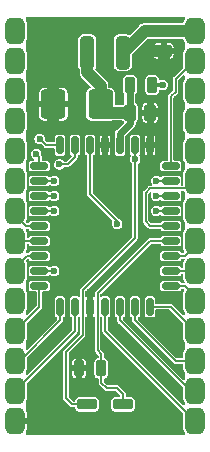
<source format=gtl>
G04 #@! TF.GenerationSoftware,KiCad,Pcbnew,7.0.10*
G04 #@! TF.CreationDate,2024-04-16T17:13:17-04:00*
G04 #@! TF.ProjectId,GW28R8128,47573238-5238-4313-9238-2e6b69636164,B.1.0*
G04 #@! TF.SameCoordinates,Original*
G04 #@! TF.FileFunction,Copper,L1,Top*
G04 #@! TF.FilePolarity,Positive*
%FSLAX46Y46*%
G04 Gerber Fmt 4.6, Leading zero omitted, Abs format (unit mm)*
G04 Created by KiCad (PCBNEW 7.0.10) date 2024-04-16 17:13:17*
%MOMM*%
%LPD*%
G01*
G04 APERTURE LIST*
G04 Aperture macros list*
%AMRoundRect*
0 Rectangle with rounded corners*
0 $1 Rounding radius*
0 $2 $3 $4 $5 $6 $7 $8 $9 X,Y pos of 4 corners*
0 Add a 4 corners polygon primitive as box body*
4,1,4,$2,$3,$4,$5,$6,$7,$8,$9,$2,$3,0*
0 Add four circle primitives for the rounded corners*
1,1,$1+$1,$2,$3*
1,1,$1+$1,$4,$5*
1,1,$1+$1,$6,$7*
1,1,$1+$1,$8,$9*
0 Add four rect primitives between the rounded corners*
20,1,$1+$1,$2,$3,$4,$5,0*
20,1,$1+$1,$4,$5,$6,$7,0*
20,1,$1+$1,$6,$7,$8,$9,0*
20,1,$1+$1,$8,$9,$2,$3,0*%
G04 Aperture macros list end*
G04 #@! TA.AperFunction,SMDPad,CuDef*
%ADD10RoundRect,0.150000X-0.150000X-0.587500X0.150000X-0.587500X0.150000X0.587500X-0.150000X0.587500X0*%
G04 #@! TD*
G04 #@! TA.AperFunction,SMDPad,CuDef*
%ADD11RoundRect,0.150000X-0.587500X-0.150000X0.587500X-0.150000X0.587500X0.150000X-0.587500X0.150000X0*%
G04 #@! TD*
G04 #@! TA.AperFunction,SMDPad,CuDef*
%ADD12RoundRect,0.262500X-0.437500X0.262500X-0.437500X-0.262500X0.437500X-0.262500X0.437500X0.262500X0*%
G04 #@! TD*
G04 #@! TA.AperFunction,SMDPad,CuDef*
%ADD13RoundRect,0.212500X0.212500X0.487500X-0.212500X0.487500X-0.212500X-0.487500X0.212500X-0.487500X0*%
G04 #@! TD*
G04 #@! TA.AperFunction,SMDPad,CuDef*
%ADD14RoundRect,0.212500X-0.212500X-0.487500X0.212500X-0.487500X0.212500X0.487500X-0.212500X0.487500X0*%
G04 #@! TD*
G04 #@! TA.AperFunction,ComponentPad*
%ADD15RoundRect,0.595000X-0.255000X-0.545000X0.255000X-0.545000X0.255000X0.545000X-0.255000X0.545000X0*%
G04 #@! TD*
G04 #@! TA.AperFunction,SMDPad,CuDef*
%ADD16RoundRect,0.225000X-0.625000X-0.225000X0.625000X-0.225000X0.625000X0.225000X-0.625000X0.225000X0*%
G04 #@! TD*
G04 #@! TA.AperFunction,SMDPad,CuDef*
%ADD17RoundRect,0.300000X0.300000X1.100000X-0.300000X1.100000X-0.300000X-1.100000X0.300000X-1.100000X0*%
G04 #@! TD*
G04 #@! TA.AperFunction,SMDPad,CuDef*
%ADD18RoundRect,0.315000X0.735000X0.935000X-0.735000X0.935000X-0.735000X-0.935000X0.735000X-0.935000X0*%
G04 #@! TD*
G04 #@! TA.AperFunction,SMDPad,CuDef*
%ADD19RoundRect,0.262500X-0.262500X-0.437500X0.262500X-0.437500X0.262500X0.437500X-0.262500X0.437500X0*%
G04 #@! TD*
G04 #@! TA.AperFunction,ViaPad*
%ADD20C,0.600000*%
G04 #@! TD*
G04 #@! TA.AperFunction,ViaPad*
%ADD21C,0.800000*%
G04 #@! TD*
G04 #@! TA.AperFunction,ViaPad*
%ADD22C,1.000000*%
G04 #@! TD*
G04 #@! TA.AperFunction,Conductor*
%ADD23C,0.600000*%
G04 #@! TD*
G04 #@! TA.AperFunction,Conductor*
%ADD24C,1.000000*%
G04 #@! TD*
G04 #@! TA.AperFunction,Conductor*
%ADD25C,0.152400*%
G04 #@! TD*
G04 #@! TA.AperFunction,Conductor*
%ADD26C,0.508000*%
G04 #@! TD*
G04 #@! TA.AperFunction,Conductor*
%ADD27C,0.800000*%
G04 #@! TD*
G04 #@! TA.AperFunction,Conductor*
%ADD28C,0.500000*%
G04 #@! TD*
G04 #@! TA.AperFunction,Conductor*
%ADD29C,0.150000*%
G04 #@! TD*
G04 #@! TA.AperFunction,Conductor*
%ADD30C,0.300000*%
G04 #@! TD*
G04 APERTURE END LIST*
D10*
X48260000Y-29992500D03*
X46990000Y-29992500D03*
X45720000Y-29992500D03*
X44450000Y-29992500D03*
D11*
X42697500Y-31750000D03*
X42697500Y-33020000D03*
X42697500Y-34290000D03*
X42697500Y-35560000D03*
X42697500Y-36830000D03*
X42697500Y-38100000D03*
X42697500Y-39370000D03*
X42697500Y-40640000D03*
X42697500Y-41910000D03*
D10*
X44450000Y-43667500D03*
X45720000Y-43667500D03*
X46990000Y-43667500D03*
X48260000Y-43667500D03*
X49530000Y-43667500D03*
X50800000Y-43667500D03*
X52070000Y-43667500D03*
D11*
X53822500Y-41910000D03*
X53822500Y-40640000D03*
X53822500Y-39370000D03*
X53822500Y-38100000D03*
X53822500Y-36830000D03*
X53822500Y-35560000D03*
X53822500Y-34290000D03*
X53822500Y-33020000D03*
X53822500Y-31750000D03*
D10*
X52070000Y-29992500D03*
X50800000Y-29992500D03*
X49530000Y-29992500D03*
D12*
X53213000Y-20320000D03*
X53213000Y-22020000D03*
D13*
X47940000Y-48895000D03*
X46040000Y-48895000D03*
D14*
X50355500Y-24892000D03*
X52255500Y-24892000D03*
D15*
X40640000Y-20320000D03*
X40640000Y-22860000D03*
X40640000Y-25400000D03*
X40640000Y-27940000D03*
X40640000Y-30480000D03*
X40640000Y-33020000D03*
X40640000Y-35560000D03*
X40640000Y-38100000D03*
X40640000Y-40640000D03*
X40640000Y-43180000D03*
X40640000Y-45720000D03*
X40640000Y-48260000D03*
X40640000Y-50800000D03*
X40640000Y-53340000D03*
X55880000Y-53340000D03*
X55880000Y-50800000D03*
X55880000Y-48260000D03*
X55880000Y-45720000D03*
X55880000Y-43180000D03*
X55880000Y-40640000D03*
X55880000Y-38100000D03*
X55880000Y-35560000D03*
X55880000Y-33020000D03*
X55880000Y-30480000D03*
X55880000Y-27940000D03*
X55880000Y-25400000D03*
X55880000Y-22860000D03*
X55880000Y-20320000D03*
D16*
X49784000Y-51943000D03*
X46736000Y-51943000D03*
D17*
X49760000Y-22161500D03*
X46760000Y-22161500D03*
D18*
X47879000Y-26543000D03*
X43879000Y-26543000D03*
D19*
X50394500Y-27241500D03*
X52094500Y-27241500D03*
D20*
X53975000Y-50165000D03*
X53975000Y-46355000D03*
X51435000Y-40640000D03*
X42291000Y-53340000D03*
X46990000Y-44958000D03*
X54356000Y-30226000D03*
X54356000Y-26098500D03*
X45974000Y-36258500D03*
X52070000Y-31242000D03*
D21*
X53149500Y-27178000D03*
D22*
X51870000Y-22020000D03*
X53213000Y-23177500D03*
D20*
X54356000Y-28194000D03*
X52070000Y-26105500D03*
X46101000Y-50038000D03*
D22*
X43878500Y-28448000D03*
D20*
X48260000Y-31242000D03*
X46990000Y-42418000D03*
X52070000Y-28702000D03*
D22*
X43878500Y-24638000D03*
D20*
X43942000Y-35560000D03*
X52578000Y-34290000D03*
X42418000Y-30734000D03*
X43942000Y-33020000D03*
X43942000Y-34290000D03*
X43942000Y-40640000D03*
X52578000Y-35560000D03*
X42735500Y-29464000D03*
X52578000Y-33020000D03*
X44386500Y-31623000D03*
X49276000Y-36639500D03*
X53149500Y-24892000D03*
X50800000Y-31178500D03*
D23*
X50355500Y-24892000D02*
X50355500Y-27202500D01*
D24*
X46760000Y-23836500D02*
X47879000Y-24955500D01*
X46760000Y-22161500D02*
X46760000Y-23836500D01*
X47879000Y-24955500D02*
X47879000Y-26543000D01*
X48577500Y-27241500D02*
X47879000Y-26543000D01*
D23*
X50355500Y-27202500D02*
X50394500Y-27241500D01*
X49530000Y-29019500D02*
X50394500Y-28155000D01*
X49530000Y-29992500D02*
X49530000Y-29019500D01*
X50394500Y-28155000D02*
X50394500Y-27241500D01*
D24*
X50394500Y-27241500D02*
X48577500Y-27241500D01*
D25*
X46040000Y-48895000D02*
X46040000Y-49977000D01*
D26*
X46990000Y-43667500D02*
X46990000Y-42418000D01*
D25*
X46040000Y-49977000D02*
X46101000Y-50038000D01*
D24*
X53213000Y-22020000D02*
X53213000Y-23177500D01*
D26*
X48260000Y-29992500D02*
X48260000Y-31242000D01*
D24*
X43878500Y-26543500D02*
X43878500Y-28448000D01*
D23*
X52070000Y-29992500D02*
X52070000Y-28702000D01*
D24*
X43879000Y-26543000D02*
X43878500Y-26542500D01*
D23*
X52070000Y-27266000D02*
X52094500Y-27241500D01*
D27*
X52158000Y-27178000D02*
X53149500Y-27178000D01*
D24*
X53213000Y-22020000D02*
X51870000Y-22020000D01*
D23*
X52094500Y-27241500D02*
X52070000Y-27217000D01*
D26*
X46990000Y-43667500D02*
X46990000Y-44958000D01*
D23*
X52070000Y-27217000D02*
X52070000Y-26105500D01*
D26*
X52070000Y-29992500D02*
X52070000Y-31242000D01*
D27*
X52094500Y-27241500D02*
X52158000Y-27178000D01*
D24*
X43878500Y-26542500D02*
X43878500Y-24638000D01*
X43879000Y-26543000D02*
X43878500Y-26543500D01*
D23*
X52070000Y-28702000D02*
X52070000Y-27266000D01*
D28*
X40640000Y-53340000D02*
X42291000Y-53340000D01*
D25*
X42697500Y-35560000D02*
X43942000Y-35560000D01*
X54991000Y-41910000D02*
X55880000Y-42799000D01*
X55880000Y-42799000D02*
X55880000Y-43180000D01*
X53822500Y-41910000D02*
X54991000Y-41910000D01*
X52070000Y-43667500D02*
X53827500Y-43667500D01*
X53827500Y-43667500D02*
X55880000Y-45720000D01*
X53822500Y-34290000D02*
X52578000Y-34290000D01*
D29*
X42697500Y-31013500D02*
X42697500Y-31750000D01*
X42418000Y-30734000D02*
X42697500Y-31013500D01*
D25*
X42697500Y-33020000D02*
X43942000Y-33020000D01*
X42697500Y-34290000D02*
X43942000Y-34290000D01*
X42697500Y-36830000D02*
X41529000Y-36830000D01*
X40640000Y-35941000D02*
X40640000Y-35560000D01*
X41529000Y-36830000D02*
X40640000Y-35941000D01*
X40640000Y-38100000D02*
X42697500Y-38100000D01*
X42697500Y-39370000D02*
X41656000Y-39370000D01*
X41656000Y-39370000D02*
X40640000Y-40386000D01*
X40640000Y-40386000D02*
X40640000Y-40640000D01*
X42697500Y-40640000D02*
X43942000Y-40640000D01*
X53822500Y-35560000D02*
X52578000Y-35560000D01*
X41021000Y-48260000D02*
X44450000Y-44831000D01*
X44450000Y-44831000D02*
X44450000Y-43667500D01*
X40640000Y-48260000D02*
X41021000Y-48260000D01*
X50800000Y-44831000D02*
X54229000Y-48260000D01*
X50800000Y-43667500D02*
X50800000Y-44831000D01*
X54229000Y-48260000D02*
X55880000Y-48260000D01*
X42697500Y-43662500D02*
X40640000Y-45720000D01*
X42697500Y-41910000D02*
X42697500Y-43662500D01*
X45720000Y-45720000D02*
X45720000Y-43667500D01*
X40640000Y-50800000D02*
X45720000Y-45720000D01*
X48260000Y-45720000D02*
X55880000Y-53340000D01*
X48260000Y-43667500D02*
X48260000Y-45720000D01*
X49530000Y-44831000D02*
X55499000Y-50800000D01*
X49530000Y-43667500D02*
X49530000Y-44831000D01*
X55499000Y-50800000D02*
X55880000Y-50800000D01*
X54991000Y-39370000D02*
X55880000Y-38481000D01*
X53822500Y-39370000D02*
X54991000Y-39370000D01*
X55880000Y-38481000D02*
X55880000Y-38100000D01*
X55245000Y-33655000D02*
X52070000Y-33655000D01*
X52070000Y-36830000D02*
X53822500Y-36830000D01*
X51689000Y-34036000D02*
X51689000Y-36449000D01*
X55880000Y-33020000D02*
X55245000Y-33655000D01*
X52070000Y-33655000D02*
X51689000Y-34036000D01*
X51689000Y-36449000D02*
X52070000Y-36830000D01*
D29*
X43264000Y-29992500D02*
X44450000Y-29992500D01*
X42735500Y-29464000D02*
X43264000Y-29992500D01*
D25*
X53822500Y-33020000D02*
X52578000Y-33020000D01*
X54229000Y-25463500D02*
X54229000Y-24384000D01*
X54229000Y-24384000D02*
X55753000Y-22860000D01*
X53822500Y-25870000D02*
X54229000Y-25463500D01*
X55753000Y-22860000D02*
X55880000Y-22860000D01*
X53822500Y-31750000D02*
X53822500Y-25870000D01*
D29*
X45720000Y-30988000D02*
X45720000Y-29992500D01*
X44386500Y-31623000D02*
X45085000Y-31623000D01*
X45085000Y-31623000D02*
X45720000Y-30988000D01*
D25*
X49784000Y-51943000D02*
X49784000Y-51054000D01*
X47940000Y-47686000D02*
X47625000Y-47371000D01*
X52070000Y-38100000D02*
X53822500Y-38100000D01*
X48387000Y-50546000D02*
X47940000Y-50099000D01*
X47940000Y-48895000D02*
X47940000Y-47686000D01*
X49276000Y-50546000D02*
X48387000Y-50546000D01*
X49784000Y-51054000D02*
X49276000Y-50546000D01*
X47940000Y-50099000D02*
X47940000Y-48895000D01*
X47625000Y-42545000D02*
X52070000Y-38100000D01*
X47625000Y-47371000D02*
X47625000Y-42545000D01*
X46990000Y-34163000D02*
X46990000Y-29992500D01*
X49276000Y-36449000D02*
X46990000Y-34163000D01*
X49276000Y-36639500D02*
X49276000Y-36449000D01*
X53822500Y-40640000D02*
X55880000Y-40640000D01*
X46736000Y-51943000D02*
X45466000Y-51943000D01*
X50800000Y-37846000D02*
X50800000Y-29992500D01*
X44958000Y-47498000D02*
X46355000Y-46101000D01*
D30*
X52255500Y-24892000D02*
X53149500Y-24892000D01*
D25*
X46355000Y-42291000D02*
X50800000Y-37846000D01*
X46355000Y-46101000D02*
X46355000Y-42291000D01*
X44958000Y-51435000D02*
X44958000Y-47498000D01*
X45466000Y-51943000D02*
X44958000Y-51435000D01*
D24*
X51601500Y-20320000D02*
X49760000Y-22161500D01*
X53213000Y-20320000D02*
X51601500Y-20320000D01*
X53213000Y-20320000D02*
X55880000Y-20320000D01*
G04 #@! TA.AperFunction,Conductor*
G36*
X54964138Y-19118893D02*
G01*
X54989858Y-19163442D01*
X54991000Y-19176500D01*
X54991000Y-19356908D01*
X54979804Y-19396385D01*
X54942559Y-19456769D01*
X54889944Y-19615554D01*
X54858039Y-19655904D01*
X54818561Y-19667100D01*
X53817347Y-19667100D01*
X53783206Y-19658903D01*
X53780470Y-19657509D01*
X53780469Y-19657508D01*
X53780466Y-19657507D01*
X53780464Y-19657506D01*
X53780463Y-19657506D01*
X53683194Y-19642100D01*
X53683192Y-19642100D01*
X52742808Y-19642100D01*
X52742805Y-19642100D01*
X52645536Y-19657506D01*
X52645529Y-19657509D01*
X52642794Y-19658903D01*
X52608653Y-19667100D01*
X51681880Y-19667100D01*
X51665477Y-19665289D01*
X51663438Y-19664833D01*
X51663432Y-19664832D01*
X51663431Y-19664832D01*
X51663430Y-19664832D01*
X51592432Y-19667063D01*
X51590071Y-19667100D01*
X51560425Y-19667100D01*
X51556142Y-19667640D01*
X51553723Y-19667946D01*
X51546675Y-19668500D01*
X51498551Y-19670013D01*
X51474366Y-19677038D01*
X51462820Y-19679428D01*
X51437847Y-19682584D01*
X51437843Y-19682585D01*
X51393072Y-19700309D01*
X51386375Y-19702601D01*
X51340148Y-19716033D01*
X51340138Y-19716037D01*
X51318464Y-19728854D01*
X51307874Y-19734042D01*
X51284463Y-19743311D01*
X51245509Y-19771612D01*
X51239592Y-19775499D01*
X51198156Y-19800005D01*
X51198149Y-19800010D01*
X51180344Y-19817814D01*
X51171379Y-19825471D01*
X51151007Y-19840274D01*
X51120315Y-19877373D01*
X51115547Y-19882611D01*
X50357475Y-20640683D01*
X50310855Y-20662423D01*
X50280089Y-20656267D01*
X50279336Y-20658422D01*
X50228640Y-20640683D01*
X50145150Y-20611469D01*
X50145145Y-20611468D01*
X50145143Y-20611468D01*
X50114564Y-20608600D01*
X50114556Y-20608600D01*
X49405444Y-20608600D01*
X49405436Y-20608600D01*
X49374856Y-20611468D01*
X49374852Y-20611468D01*
X49374850Y-20611469D01*
X49374847Y-20611469D01*
X49374847Y-20611470D01*
X49245985Y-20656559D01*
X49245982Y-20656561D01*
X49136133Y-20737633D01*
X49055061Y-20847482D01*
X49055059Y-20847485D01*
X49009970Y-20976347D01*
X49009968Y-20976356D01*
X49007100Y-21006935D01*
X49007100Y-23316064D01*
X49009968Y-23346643D01*
X49009969Y-23346650D01*
X49009970Y-23346652D01*
X49055059Y-23475514D01*
X49055061Y-23475517D01*
X49136133Y-23585366D01*
X49245982Y-23666438D01*
X49245985Y-23666440D01*
X49276919Y-23677263D01*
X49374850Y-23711531D01*
X49405435Y-23714399D01*
X49405437Y-23714400D01*
X49405444Y-23714400D01*
X50114563Y-23714400D01*
X50114563Y-23714399D01*
X50145150Y-23711531D01*
X50274017Y-23666439D01*
X50383866Y-23585366D01*
X50464939Y-23475517D01*
X50510031Y-23346650D01*
X50512899Y-23316063D01*
X50512900Y-23316063D01*
X50512900Y-22363088D01*
X50530493Y-22314750D01*
X50534926Y-22309914D01*
X50574840Y-22270000D01*
X52360600Y-22270000D01*
X52360600Y-22315156D01*
X52375988Y-22412310D01*
X52435656Y-22529414D01*
X52528585Y-22622343D01*
X52645690Y-22682011D01*
X52645688Y-22682011D01*
X52742843Y-22697399D01*
X52742850Y-22697400D01*
X52963000Y-22697400D01*
X52963000Y-22270000D01*
X53463000Y-22270000D01*
X53463000Y-22697400D01*
X53683150Y-22697400D01*
X53683156Y-22697399D01*
X53780310Y-22682011D01*
X53897414Y-22622343D01*
X53990343Y-22529414D01*
X54050011Y-22412310D01*
X54065399Y-22315156D01*
X54065400Y-22315149D01*
X54065400Y-22270000D01*
X53463000Y-22270000D01*
X52963000Y-22270000D01*
X52360600Y-22270000D01*
X50574840Y-22270000D01*
X51074840Y-21770000D01*
X52360600Y-21770000D01*
X52963000Y-21770000D01*
X52963000Y-21342600D01*
X53463000Y-21342600D01*
X53463000Y-21770000D01*
X54065400Y-21770000D01*
X54065400Y-21724850D01*
X54065399Y-21724843D01*
X54050011Y-21627689D01*
X53990343Y-21510585D01*
X53897414Y-21417656D01*
X53780309Y-21357988D01*
X53780311Y-21357988D01*
X53683156Y-21342600D01*
X53463000Y-21342600D01*
X52963000Y-21342600D01*
X52742843Y-21342600D01*
X52645689Y-21357988D01*
X52528585Y-21417656D01*
X52435656Y-21510585D01*
X52375988Y-21627689D01*
X52360600Y-21724843D01*
X52360600Y-21770000D01*
X51074840Y-21770000D01*
X51849914Y-20994926D01*
X51896534Y-20973186D01*
X51903088Y-20972900D01*
X52608653Y-20972900D01*
X52642794Y-20981097D01*
X52645534Y-20982493D01*
X52742808Y-20997900D01*
X52742812Y-20997900D01*
X53683188Y-20997900D01*
X53683192Y-20997900D01*
X53780466Y-20982493D01*
X53783206Y-20981097D01*
X53817347Y-20972900D01*
X54818560Y-20972900D01*
X54866898Y-20990493D01*
X54889943Y-21024446D01*
X54922162Y-21121677D01*
X54942558Y-21183228D01*
X54979804Y-21243614D01*
X54991000Y-21283090D01*
X54991000Y-21896908D01*
X54979804Y-21936385D01*
X54942559Y-21996769D01*
X54942558Y-21996771D01*
X54942558Y-21996772D01*
X54887565Y-22162732D01*
X54877100Y-22265167D01*
X54877100Y-22265172D01*
X54877100Y-22265173D01*
X54877100Y-23380754D01*
X54859507Y-23429092D01*
X54855074Y-23433928D01*
X54072631Y-24216370D01*
X54069778Y-24219078D01*
X54039514Y-24246329D01*
X54039512Y-24246333D01*
X54029446Y-24268939D01*
X54023821Y-24279300D01*
X54010338Y-24300065D01*
X54008986Y-24308599D01*
X54003414Y-24327409D01*
X53999900Y-24335303D01*
X53999900Y-24360053D01*
X53998974Y-24371818D01*
X53995103Y-24396256D01*
X53995103Y-24396257D01*
X53997337Y-24404594D01*
X53999900Y-24424059D01*
X53999900Y-25337453D01*
X53982307Y-25385791D01*
X53977874Y-25390628D01*
X53666121Y-25702380D01*
X53663268Y-25705087D01*
X53633014Y-25732329D01*
X53633012Y-25732333D01*
X53622946Y-25754939D01*
X53617321Y-25765300D01*
X53603838Y-25786065D01*
X53602486Y-25794599D01*
X53596914Y-25813409D01*
X53593400Y-25821303D01*
X53593400Y-25846053D01*
X53592474Y-25857818D01*
X53588603Y-25882256D01*
X53588603Y-25882257D01*
X53590837Y-25890594D01*
X53593400Y-25910059D01*
X53593400Y-31221900D01*
X53575807Y-31270238D01*
X53531258Y-31295958D01*
X53518200Y-31297100D01*
X53189774Y-31297100D01*
X53184510Y-31297710D01*
X53164451Y-31300037D01*
X53060854Y-31345780D01*
X53060851Y-31345782D01*
X52980782Y-31425851D01*
X52980780Y-31425854D01*
X52935037Y-31529451D01*
X52932100Y-31554776D01*
X52932100Y-31945223D01*
X52935037Y-31970548D01*
X52980780Y-32074145D01*
X52980782Y-32074148D01*
X53060851Y-32154217D01*
X53060854Y-32154219D01*
X53060855Y-32154220D01*
X53164450Y-32199962D01*
X53189774Y-32202900D01*
X53189776Y-32202900D01*
X54455224Y-32202900D01*
X54455226Y-32202900D01*
X54480550Y-32199962D01*
X54584145Y-32154220D01*
X54664220Y-32074145D01*
X54709962Y-31970550D01*
X54712900Y-31945226D01*
X54712900Y-31554774D01*
X54709962Y-31529450D01*
X54664220Y-31425855D01*
X54664219Y-31425854D01*
X54664217Y-31425851D01*
X54584148Y-31345782D01*
X54584145Y-31345780D01*
X54480548Y-31300037D01*
X54461100Y-31297781D01*
X54455226Y-31297100D01*
X54455224Y-31297100D01*
X54126800Y-31297100D01*
X54078462Y-31279507D01*
X54052742Y-31234958D01*
X54051600Y-31221900D01*
X54051600Y-25996044D01*
X54069193Y-25947706D01*
X54073614Y-25942881D01*
X54385402Y-25631093D01*
X54388199Y-25628439D01*
X54418486Y-25601170D01*
X54428555Y-25578553D01*
X54434177Y-25568198D01*
X54447662Y-25547436D01*
X54449013Y-25538900D01*
X54454588Y-25520082D01*
X54458100Y-25512197D01*
X54458100Y-25487446D01*
X54459026Y-25475681D01*
X54462897Y-25451241D01*
X54462419Y-25449459D01*
X54460662Y-25442897D01*
X54458100Y-25423437D01*
X54458100Y-24510044D01*
X54475693Y-24461706D01*
X54480126Y-24456870D01*
X54862626Y-24074370D01*
X54909246Y-24052630D01*
X54958933Y-24065944D01*
X54988438Y-24108081D01*
X54991000Y-24127544D01*
X54991000Y-24436908D01*
X54979804Y-24476385D01*
X54942559Y-24536769D01*
X54942558Y-24536771D01*
X54942558Y-24536772D01*
X54887565Y-24702732D01*
X54877100Y-24805167D01*
X54877100Y-24805172D01*
X54877100Y-24805173D01*
X54877100Y-25994827D01*
X54881838Y-26041207D01*
X54887565Y-26097268D01*
X54942558Y-26263228D01*
X54979804Y-26323614D01*
X54991000Y-26363090D01*
X54991000Y-26976908D01*
X54979804Y-27016385D01*
X54942559Y-27076769D01*
X54942558Y-27076771D01*
X54942558Y-27076772D01*
X54887565Y-27242732D01*
X54877100Y-27345167D01*
X54877100Y-27345172D01*
X54877100Y-27345173D01*
X54877100Y-28534827D01*
X54877101Y-28534832D01*
X54887565Y-28637268D01*
X54887565Y-28637270D01*
X54887566Y-28637272D01*
X54902144Y-28681265D01*
X54942558Y-28803228D01*
X54979804Y-28863614D01*
X54991000Y-28903090D01*
X54991000Y-29516908D01*
X54979804Y-29556385D01*
X54942559Y-29616769D01*
X54942558Y-29616771D01*
X54942558Y-29616772D01*
X54887565Y-29782732D01*
X54877100Y-29885167D01*
X54877100Y-29885172D01*
X54877100Y-29885173D01*
X54877100Y-31074827D01*
X54881838Y-31121207D01*
X54887565Y-31177268D01*
X54887565Y-31177270D01*
X54887566Y-31177272D01*
X54897347Y-31206790D01*
X54942558Y-31343228D01*
X54979804Y-31403614D01*
X54991000Y-31443090D01*
X54991000Y-32056908D01*
X54979804Y-32096385D01*
X54942559Y-32156769D01*
X54942558Y-32156771D01*
X54942558Y-32156772D01*
X54887565Y-32322732D01*
X54877100Y-32425167D01*
X54877100Y-32891091D01*
X54877101Y-33350700D01*
X54859508Y-33399038D01*
X54814959Y-33424758D01*
X54801901Y-33425900D01*
X54743530Y-33425900D01*
X54695192Y-33408307D01*
X54669472Y-33363758D01*
X54674738Y-33320325D01*
X54709961Y-33240552D01*
X54709962Y-33240550D01*
X54712900Y-33215226D01*
X54712900Y-32824774D01*
X54709962Y-32799450D01*
X54664220Y-32695855D01*
X54664219Y-32695854D01*
X54664217Y-32695851D01*
X54584148Y-32615782D01*
X54584145Y-32615780D01*
X54480548Y-32570037D01*
X54461100Y-32567781D01*
X54455226Y-32567100D01*
X53189774Y-32567100D01*
X53184510Y-32567710D01*
X53164451Y-32570037D01*
X53060854Y-32615780D01*
X52992684Y-32683950D01*
X52946064Y-32705689D01*
X52896377Y-32692375D01*
X52882681Y-32680024D01*
X52877636Y-32674201D01*
X52877632Y-32674198D01*
X52768073Y-32603790D01*
X52643117Y-32567100D01*
X52512883Y-32567100D01*
X52387926Y-32603790D01*
X52278366Y-32674198D01*
X52193080Y-32772623D01*
X52193078Y-32772626D01*
X52138977Y-32891088D01*
X52120443Y-33020000D01*
X52138977Y-33148911D01*
X52193078Y-33267373D01*
X52193080Y-33267376D01*
X52222609Y-33301454D01*
X52240968Y-33349507D01*
X52224143Y-33398117D01*
X52180009Y-33424541D01*
X52165777Y-33425900D01*
X52077960Y-33425900D01*
X52074024Y-33425797D01*
X52033361Y-33423665D01*
X52033360Y-33423665D01*
X52010252Y-33432535D01*
X51998945Y-33435884D01*
X51974735Y-33441030D01*
X51967748Y-33446107D01*
X51950502Y-33455471D01*
X51942439Y-33458566D01*
X51942434Y-33458569D01*
X51924931Y-33476071D01*
X51915965Y-33483729D01*
X51895940Y-33498279D01*
X51891620Y-33505761D01*
X51879673Y-33521328D01*
X51532631Y-33868370D01*
X51529778Y-33871078D01*
X51499514Y-33898329D01*
X51499512Y-33898333D01*
X51489446Y-33920939D01*
X51483821Y-33931300D01*
X51470338Y-33952065D01*
X51468986Y-33960599D01*
X51463414Y-33979409D01*
X51459900Y-33987303D01*
X51459900Y-34012053D01*
X51458974Y-34023818D01*
X51455103Y-34048256D01*
X51455103Y-34048257D01*
X51457337Y-34056594D01*
X51459900Y-34076059D01*
X51459900Y-36441039D01*
X51459797Y-36444975D01*
X51457665Y-36485638D01*
X51466533Y-36508740D01*
X51469883Y-36520050D01*
X51475030Y-36544263D01*
X51475031Y-36544265D01*
X51480108Y-36551253D01*
X51489473Y-36568501D01*
X51492569Y-36576566D01*
X51510064Y-36594061D01*
X51517726Y-36603031D01*
X51532276Y-36623056D01*
X51532278Y-36623058D01*
X51539759Y-36627377D01*
X51555330Y-36639326D01*
X51902359Y-36986355D01*
X51905069Y-36989210D01*
X51932330Y-37019486D01*
X51954936Y-37029551D01*
X51965304Y-37035181D01*
X51984997Y-37047969D01*
X51986063Y-37048661D01*
X51994591Y-37050011D01*
X52013412Y-37055587D01*
X52021302Y-37059100D01*
X52021303Y-37059100D01*
X52046053Y-37059100D01*
X52057817Y-37060025D01*
X52082258Y-37063897D01*
X52089506Y-37061955D01*
X52090600Y-37061662D01*
X52110061Y-37059100D01*
X52889813Y-37059100D01*
X52938151Y-37076693D01*
X52958604Y-37103923D01*
X52973169Y-37136908D01*
X52980780Y-37154145D01*
X52980782Y-37154148D01*
X53060851Y-37234217D01*
X53060854Y-37234219D01*
X53060855Y-37234220D01*
X53164450Y-37279962D01*
X53189774Y-37282900D01*
X53189776Y-37282900D01*
X54455224Y-37282900D01*
X54455226Y-37282900D01*
X54480550Y-37279962D01*
X54584145Y-37234220D01*
X54664220Y-37154145D01*
X54709962Y-37050550D01*
X54712900Y-37025226D01*
X54712900Y-36634774D01*
X54709962Y-36609450D01*
X54664220Y-36505855D01*
X54664219Y-36505854D01*
X54664217Y-36505851D01*
X54584148Y-36425782D01*
X54584145Y-36425780D01*
X54480548Y-36380037D01*
X54461100Y-36377781D01*
X54455226Y-36377100D01*
X53189774Y-36377100D01*
X53184510Y-36377710D01*
X53164451Y-36380037D01*
X53060854Y-36425780D01*
X53060851Y-36425782D01*
X52980782Y-36505851D01*
X52980780Y-36505854D01*
X52974512Y-36520050D01*
X52958604Y-36556076D01*
X52922987Y-36593187D01*
X52889813Y-36600900D01*
X52196045Y-36600900D01*
X52147707Y-36583307D01*
X52142870Y-36578874D01*
X51940125Y-36376128D01*
X51918386Y-36329508D01*
X51918100Y-36322954D01*
X51918100Y-35560000D01*
X52120443Y-35560000D01*
X52138977Y-35688911D01*
X52193078Y-35807373D01*
X52193080Y-35807376D01*
X52203703Y-35819635D01*
X52269917Y-35896051D01*
X52278366Y-35905801D01*
X52356668Y-35956121D01*
X52369265Y-35964217D01*
X52387926Y-35976209D01*
X52512883Y-36012900D01*
X52643117Y-36012900D01*
X52768073Y-35976209D01*
X52768073Y-35976208D01*
X52768076Y-35976208D01*
X52877636Y-35905799D01*
X52882677Y-35899980D01*
X52927627Y-35874970D01*
X52978138Y-35884703D01*
X52992685Y-35896051D01*
X53060851Y-35964217D01*
X53060854Y-35964219D01*
X53060855Y-35964220D01*
X53164450Y-36009962D01*
X53189774Y-36012900D01*
X53189776Y-36012900D01*
X54455224Y-36012900D01*
X54455226Y-36012900D01*
X54480550Y-36009962D01*
X54584145Y-35964220D01*
X54664220Y-35884145D01*
X54709962Y-35780550D01*
X54712900Y-35755226D01*
X54712900Y-35364774D01*
X54709962Y-35339450D01*
X54664220Y-35235855D01*
X54664219Y-35235854D01*
X54664217Y-35235851D01*
X54584148Y-35155782D01*
X54584145Y-35155780D01*
X54480548Y-35110037D01*
X54461100Y-35107781D01*
X54455226Y-35107100D01*
X53189774Y-35107100D01*
X53184510Y-35107710D01*
X53164451Y-35110037D01*
X53060854Y-35155780D01*
X52992684Y-35223950D01*
X52946064Y-35245689D01*
X52896377Y-35232375D01*
X52882681Y-35220024D01*
X52877636Y-35214201D01*
X52877632Y-35214198D01*
X52768073Y-35143790D01*
X52643117Y-35107100D01*
X52512883Y-35107100D01*
X52387926Y-35143790D01*
X52278366Y-35214198D01*
X52193080Y-35312623D01*
X52193078Y-35312626D01*
X52138977Y-35431088D01*
X52120443Y-35560000D01*
X51918100Y-35560000D01*
X51918100Y-34162044D01*
X51935693Y-34113706D01*
X51940114Y-34108881D01*
X52055293Y-33993702D01*
X52101911Y-33971964D01*
X52151598Y-33985278D01*
X52181103Y-34027414D01*
X52176869Y-34078117D01*
X52138978Y-34161085D01*
X52138978Y-34161087D01*
X52138978Y-34161088D01*
X52138977Y-34161091D01*
X52129319Y-34228265D01*
X52120443Y-34290000D01*
X52138977Y-34418911D01*
X52193078Y-34537373D01*
X52193080Y-34537376D01*
X52203703Y-34549635D01*
X52269917Y-34626051D01*
X52278366Y-34635801D01*
X52356668Y-34686121D01*
X52373236Y-34696769D01*
X52387926Y-34706209D01*
X52512883Y-34742900D01*
X52643117Y-34742900D01*
X52768073Y-34706209D01*
X52768073Y-34706208D01*
X52768076Y-34706208D01*
X52877636Y-34635799D01*
X52882677Y-34629980D01*
X52927627Y-34604970D01*
X52978138Y-34614703D01*
X52992685Y-34626051D01*
X53060851Y-34694217D01*
X53060854Y-34694219D01*
X53060855Y-34694220D01*
X53164450Y-34739962D01*
X53189774Y-34742900D01*
X53189776Y-34742900D01*
X54455224Y-34742900D01*
X54455226Y-34742900D01*
X54480550Y-34739962D01*
X54584145Y-34694220D01*
X54664220Y-34614145D01*
X54709962Y-34510550D01*
X54712900Y-34485226D01*
X54712900Y-34094774D01*
X54709962Y-34069450D01*
X54709961Y-34069447D01*
X54674738Y-33989675D01*
X54671307Y-33938350D01*
X54701671Y-33896827D01*
X54743530Y-33884100D01*
X54901126Y-33884100D01*
X54949464Y-33901693D01*
X54965129Y-33919820D01*
X54972209Y-33931300D01*
X54979804Y-33943612D01*
X54991000Y-33983090D01*
X54991000Y-34596908D01*
X54979804Y-34636385D01*
X54942559Y-34696769D01*
X54942558Y-34696771D01*
X54942558Y-34696772D01*
X54887565Y-34862732D01*
X54877100Y-34965167D01*
X54877100Y-34965172D01*
X54877100Y-34965173D01*
X54877100Y-36154827D01*
X54877101Y-36154832D01*
X54887565Y-36257268D01*
X54887565Y-36257270D01*
X54887566Y-36257272D01*
X54909331Y-36322954D01*
X54942558Y-36423228D01*
X54979804Y-36483614D01*
X54991000Y-36523090D01*
X54991000Y-37136908D01*
X54979804Y-37176385D01*
X54942559Y-37236769D01*
X54942558Y-37236771D01*
X54942558Y-37236772D01*
X54887565Y-37402732D01*
X54877100Y-37505167D01*
X54877100Y-37505172D01*
X54877100Y-37505173D01*
X54877100Y-38694827D01*
X54877101Y-38694832D01*
X54887565Y-38797268D01*
X54928246Y-38920038D01*
X54942559Y-38963230D01*
X54942559Y-38963231D01*
X54961401Y-38993777D01*
X54971804Y-39044154D01*
X54950573Y-39086430D01*
X54918128Y-39118874D01*
X54871510Y-39140614D01*
X54864955Y-39140900D01*
X54755187Y-39140900D01*
X54706849Y-39123307D01*
X54686395Y-39096076D01*
X54664220Y-39045855D01*
X54664219Y-39045854D01*
X54664217Y-39045851D01*
X54584148Y-38965782D01*
X54584145Y-38965780D01*
X54480548Y-38920037D01*
X54461100Y-38917781D01*
X54455226Y-38917100D01*
X53189774Y-38917100D01*
X53184510Y-38917710D01*
X53164451Y-38920037D01*
X53060854Y-38965780D01*
X53060851Y-38965782D01*
X52980782Y-39045851D01*
X52980780Y-39045854D01*
X52935037Y-39149451D01*
X52932100Y-39174776D01*
X52932100Y-39565223D01*
X52935037Y-39590548D01*
X52980780Y-39694145D01*
X52980782Y-39694148D01*
X53060851Y-39774217D01*
X53060854Y-39774219D01*
X53060855Y-39774220D01*
X53164450Y-39819962D01*
X53189774Y-39822900D01*
X53189776Y-39822900D01*
X54455224Y-39822900D01*
X54455226Y-39822900D01*
X54480550Y-39819962D01*
X54584145Y-39774220D01*
X54664220Y-39694145D01*
X54686395Y-39643923D01*
X54722013Y-39606813D01*
X54755187Y-39599100D01*
X54915800Y-39599100D01*
X54964138Y-39616693D01*
X54989858Y-39661242D01*
X54991000Y-39674300D01*
X54991000Y-39676908D01*
X54979804Y-39716385D01*
X54942559Y-39776769D01*
X54942558Y-39776771D01*
X54942558Y-39776772D01*
X54887565Y-39942732D01*
X54877100Y-40045167D01*
X54877100Y-40045172D01*
X54877100Y-40045173D01*
X54877100Y-40335700D01*
X54859507Y-40384038D01*
X54814958Y-40409758D01*
X54801900Y-40410900D01*
X54755187Y-40410900D01*
X54706849Y-40393307D01*
X54686395Y-40366076D01*
X54664220Y-40315855D01*
X54664219Y-40315854D01*
X54664217Y-40315851D01*
X54584148Y-40235782D01*
X54584145Y-40235780D01*
X54480548Y-40190037D01*
X54461100Y-40187781D01*
X54455226Y-40187100D01*
X53189774Y-40187100D01*
X53184510Y-40187710D01*
X53164451Y-40190037D01*
X53060854Y-40235780D01*
X53060851Y-40235782D01*
X52980782Y-40315851D01*
X52980780Y-40315854D01*
X52935037Y-40419451D01*
X52932100Y-40444776D01*
X52932100Y-40835223D01*
X52935037Y-40860548D01*
X52980780Y-40964145D01*
X52980782Y-40964148D01*
X53060851Y-41044217D01*
X53060854Y-41044219D01*
X53060855Y-41044220D01*
X53164450Y-41089962D01*
X53189774Y-41092900D01*
X53189776Y-41092900D01*
X54455224Y-41092900D01*
X54455226Y-41092900D01*
X54480550Y-41089962D01*
X54584145Y-41044220D01*
X54664220Y-40964145D01*
X54686395Y-40913923D01*
X54722013Y-40876813D01*
X54755187Y-40869100D01*
X54801901Y-40869100D01*
X54850239Y-40886693D01*
X54875959Y-40931242D01*
X54877101Y-40944300D01*
X54877101Y-41234832D01*
X54887565Y-41337268D01*
X54942558Y-41503228D01*
X54979804Y-41563614D01*
X54991000Y-41603090D01*
X54991000Y-41605700D01*
X54973407Y-41654038D01*
X54928858Y-41679758D01*
X54915800Y-41680900D01*
X54755187Y-41680900D01*
X54706849Y-41663307D01*
X54686395Y-41636076D01*
X54664220Y-41585855D01*
X54664219Y-41585854D01*
X54664217Y-41585851D01*
X54584148Y-41505782D01*
X54584145Y-41505780D01*
X54480548Y-41460037D01*
X54461100Y-41457781D01*
X54455226Y-41457100D01*
X53189774Y-41457100D01*
X53184510Y-41457710D01*
X53164451Y-41460037D01*
X53060854Y-41505780D01*
X53060851Y-41505782D01*
X52980782Y-41585851D01*
X52980780Y-41585854D01*
X52935037Y-41689451D01*
X52932100Y-41714776D01*
X52932100Y-42105223D01*
X52935037Y-42130548D01*
X52980780Y-42234145D01*
X52980782Y-42234148D01*
X53060851Y-42314217D01*
X53060854Y-42314219D01*
X53060855Y-42314220D01*
X53164450Y-42359962D01*
X53189774Y-42362900D01*
X53189776Y-42362900D01*
X54455224Y-42362900D01*
X54455226Y-42362900D01*
X54480550Y-42359962D01*
X54584145Y-42314220D01*
X54664220Y-42234145D01*
X54686395Y-42183923D01*
X54722013Y-42146813D01*
X54755187Y-42139100D01*
X54864956Y-42139100D01*
X54913294Y-42156693D01*
X54918130Y-42161126D01*
X54950572Y-42193568D01*
X54972312Y-42240188D01*
X54961403Y-42286219D01*
X54945752Y-42311594D01*
X54942558Y-42316772D01*
X54887565Y-42482732D01*
X54877100Y-42585167D01*
X54877100Y-42585172D01*
X54877100Y-42585173D01*
X54877100Y-43774827D01*
X54877101Y-43774832D01*
X54887565Y-43877268D01*
X54887565Y-43877270D01*
X54887566Y-43877272D01*
X54902872Y-43923462D01*
X54942558Y-44043228D01*
X54979804Y-44103614D01*
X54991000Y-44143090D01*
X54991000Y-44325455D01*
X54973407Y-44373793D01*
X54928858Y-44399513D01*
X54878200Y-44390580D01*
X54862626Y-44378629D01*
X53995130Y-43511133D01*
X53992420Y-43508278D01*
X53965169Y-43478013D01*
X53942558Y-43467945D01*
X53932192Y-43462317D01*
X53911436Y-43448839D01*
X53911433Y-43448838D01*
X53902901Y-43447486D01*
X53884087Y-43441912D01*
X53876198Y-43438400D01*
X53876197Y-43438400D01*
X53851446Y-43438400D01*
X53839683Y-43437474D01*
X53824389Y-43435051D01*
X53815243Y-43433603D01*
X53815241Y-43433603D01*
X53806900Y-43435838D01*
X53787439Y-43438400D01*
X52598100Y-43438400D01*
X52549762Y-43420807D01*
X52524042Y-43376258D01*
X52522900Y-43363200D01*
X52522900Y-43034776D01*
X52519962Y-43009451D01*
X52519962Y-43009450D01*
X52474220Y-42905855D01*
X52474219Y-42905854D01*
X52474217Y-42905851D01*
X52394148Y-42825782D01*
X52394145Y-42825780D01*
X52290548Y-42780037D01*
X52271100Y-42777781D01*
X52265226Y-42777100D01*
X51874774Y-42777100D01*
X51869510Y-42777710D01*
X51849451Y-42780037D01*
X51745854Y-42825780D01*
X51745851Y-42825782D01*
X51665782Y-42905851D01*
X51665780Y-42905854D01*
X51620037Y-43009451D01*
X51617100Y-43034776D01*
X51617100Y-44300223D01*
X51620037Y-44325548D01*
X51665780Y-44429145D01*
X51665782Y-44429148D01*
X51745851Y-44509217D01*
X51745854Y-44509219D01*
X51745855Y-44509220D01*
X51849450Y-44554962D01*
X51874774Y-44557900D01*
X51874776Y-44557900D01*
X52265224Y-44557900D01*
X52265226Y-44557900D01*
X52290550Y-44554962D01*
X52394145Y-44509220D01*
X52474220Y-44429145D01*
X52519962Y-44325550D01*
X52522900Y-44300226D01*
X52522900Y-43971800D01*
X52540493Y-43923462D01*
X52585042Y-43897742D01*
X52598100Y-43896600D01*
X53701456Y-43896600D01*
X53749794Y-43914193D01*
X53754630Y-43918626D01*
X54859623Y-45023619D01*
X54881363Y-45070239D01*
X54881260Y-45084433D01*
X54877100Y-45125169D01*
X54877100Y-46314827D01*
X54877101Y-46314832D01*
X54887565Y-46417268D01*
X54942558Y-46583228D01*
X54979804Y-46643614D01*
X54991000Y-46683090D01*
X54991000Y-47296908D01*
X54979804Y-47336385D01*
X54942559Y-47396769D01*
X54942558Y-47396771D01*
X54942558Y-47396772D01*
X54887565Y-47562732D01*
X54877100Y-47665167D01*
X54877100Y-47665173D01*
X54877100Y-47955700D01*
X54859507Y-48004038D01*
X54814958Y-48029758D01*
X54801900Y-48030900D01*
X54355044Y-48030900D01*
X54306706Y-48013307D01*
X54301870Y-48008874D01*
X51051126Y-44758129D01*
X51029386Y-44711509D01*
X51029100Y-44704955D01*
X51029100Y-44600186D01*
X51046693Y-44551848D01*
X51073924Y-44531394D01*
X51124145Y-44509220D01*
X51204220Y-44429145D01*
X51249962Y-44325550D01*
X51252900Y-44300226D01*
X51252900Y-43034774D01*
X51249962Y-43009450D01*
X51204220Y-42905855D01*
X51204219Y-42905854D01*
X51204217Y-42905851D01*
X51124148Y-42825782D01*
X51124145Y-42825780D01*
X51020548Y-42780037D01*
X51001100Y-42777781D01*
X50995226Y-42777100D01*
X50604774Y-42777100D01*
X50599510Y-42777710D01*
X50579451Y-42780037D01*
X50475854Y-42825780D01*
X50475851Y-42825782D01*
X50395782Y-42905851D01*
X50395780Y-42905854D01*
X50350037Y-43009451D01*
X50347100Y-43034776D01*
X50347100Y-44300223D01*
X50350037Y-44325548D01*
X50395780Y-44429145D01*
X50395782Y-44429148D01*
X50475850Y-44509216D01*
X50475852Y-44509217D01*
X50475855Y-44509220D01*
X50526075Y-44531394D01*
X50563187Y-44567012D01*
X50570900Y-44600186D01*
X50570900Y-44823039D01*
X50570797Y-44826975D01*
X50568665Y-44867638D01*
X50577533Y-44890740D01*
X50580883Y-44902050D01*
X50586030Y-44926263D01*
X50586031Y-44926265D01*
X50591108Y-44933253D01*
X50600473Y-44950501D01*
X50603569Y-44958566D01*
X50621064Y-44976061D01*
X50628726Y-44985031D01*
X50643276Y-45005056D01*
X50643278Y-45005058D01*
X50650759Y-45009377D01*
X50666330Y-45021326D01*
X54061359Y-48416355D01*
X54064069Y-48419210D01*
X54091330Y-48449486D01*
X54113936Y-48459551D01*
X54124304Y-48465181D01*
X54143997Y-48477969D01*
X54145063Y-48478661D01*
X54153591Y-48480011D01*
X54172412Y-48485587D01*
X54180302Y-48489100D01*
X54180303Y-48489100D01*
X54205053Y-48489100D01*
X54216817Y-48490025D01*
X54241258Y-48493897D01*
X54248278Y-48492015D01*
X54249600Y-48491662D01*
X54269061Y-48489100D01*
X54801901Y-48489100D01*
X54850239Y-48506693D01*
X54875959Y-48551242D01*
X54877101Y-48564300D01*
X54877101Y-48854832D01*
X54887565Y-48957268D01*
X54942558Y-49123228D01*
X54979804Y-49183614D01*
X54991000Y-49223090D01*
X54991000Y-49786455D01*
X54973407Y-49834793D01*
X54928858Y-49860513D01*
X54878200Y-49851580D01*
X54862626Y-49839629D01*
X49781126Y-44758129D01*
X49759386Y-44711509D01*
X49759100Y-44704955D01*
X49759100Y-44600186D01*
X49776693Y-44551848D01*
X49803924Y-44531394D01*
X49854145Y-44509220D01*
X49934220Y-44429145D01*
X49979962Y-44325550D01*
X49982900Y-44300226D01*
X49982900Y-43034774D01*
X49979962Y-43009450D01*
X49934220Y-42905855D01*
X49934219Y-42905854D01*
X49934217Y-42905851D01*
X49854148Y-42825782D01*
X49854145Y-42825780D01*
X49750548Y-42780037D01*
X49731100Y-42777781D01*
X49725226Y-42777100D01*
X49334774Y-42777100D01*
X49329510Y-42777710D01*
X49309451Y-42780037D01*
X49205854Y-42825780D01*
X49205851Y-42825782D01*
X49125782Y-42905851D01*
X49125780Y-42905854D01*
X49080037Y-43009451D01*
X49077100Y-43034776D01*
X49077100Y-44300223D01*
X49080037Y-44325548D01*
X49125780Y-44429145D01*
X49125782Y-44429148D01*
X49205850Y-44509216D01*
X49205852Y-44509217D01*
X49205855Y-44509220D01*
X49256075Y-44531394D01*
X49293187Y-44567012D01*
X49300900Y-44600186D01*
X49300900Y-44823039D01*
X49300797Y-44826975D01*
X49298665Y-44867638D01*
X49307533Y-44890740D01*
X49310883Y-44902050D01*
X49316030Y-44926263D01*
X49316031Y-44926265D01*
X49321108Y-44933253D01*
X49330473Y-44950501D01*
X49333569Y-44958566D01*
X49351064Y-44976061D01*
X49358726Y-44985031D01*
X49373276Y-45005056D01*
X49373278Y-45005058D01*
X49380759Y-45009377D01*
X49396330Y-45021326D01*
X54855074Y-50480071D01*
X54876814Y-50526691D01*
X54877100Y-50533245D01*
X54877100Y-51394827D01*
X54880391Y-51427039D01*
X54887565Y-51497268D01*
X54887565Y-51497270D01*
X54887566Y-51497272D01*
X54903468Y-51545260D01*
X54942558Y-51663228D01*
X54979804Y-51723614D01*
X54991000Y-51763090D01*
X54991000Y-51945455D01*
X54973407Y-51993793D01*
X54928858Y-52019513D01*
X54878200Y-52010580D01*
X54862626Y-51998629D01*
X48511126Y-45647129D01*
X48489386Y-45600509D01*
X48489100Y-45593955D01*
X48489100Y-44600186D01*
X48506693Y-44551848D01*
X48533924Y-44531394D01*
X48584145Y-44509220D01*
X48664220Y-44429145D01*
X48709962Y-44325550D01*
X48712900Y-44300226D01*
X48712900Y-43034774D01*
X48709962Y-43009450D01*
X48664220Y-42905855D01*
X48664219Y-42905854D01*
X48664217Y-42905851D01*
X48584148Y-42825782D01*
X48584145Y-42825780D01*
X48480548Y-42780037D01*
X48461100Y-42777781D01*
X48455226Y-42777100D01*
X48064774Y-42777100D01*
X48047891Y-42779058D01*
X48039449Y-42780038D01*
X47959674Y-42815262D01*
X47908349Y-42818692D01*
X47866827Y-42788328D01*
X47854100Y-42746469D01*
X47854100Y-42671044D01*
X47871693Y-42622706D01*
X47876126Y-42617870D01*
X52142870Y-38351126D01*
X52189490Y-38329386D01*
X52196044Y-38329100D01*
X52889813Y-38329100D01*
X52938151Y-38346693D01*
X52958604Y-38373923D01*
X52980780Y-38424145D01*
X52980782Y-38424148D01*
X53060851Y-38504217D01*
X53060854Y-38504219D01*
X53060855Y-38504220D01*
X53164450Y-38549962D01*
X53189774Y-38552900D01*
X53189776Y-38552900D01*
X54455224Y-38552900D01*
X54455226Y-38552900D01*
X54480550Y-38549962D01*
X54584145Y-38504220D01*
X54664220Y-38424145D01*
X54709962Y-38320550D01*
X54712900Y-38295226D01*
X54712900Y-37904774D01*
X54709962Y-37879450D01*
X54664220Y-37775855D01*
X54664219Y-37775854D01*
X54664217Y-37775851D01*
X54584148Y-37695782D01*
X54584145Y-37695780D01*
X54480548Y-37650037D01*
X54461100Y-37647781D01*
X54455226Y-37647100D01*
X53189774Y-37647100D01*
X53184510Y-37647710D01*
X53164451Y-37650037D01*
X53060854Y-37695780D01*
X53060851Y-37695782D01*
X52980782Y-37775851D01*
X52980780Y-37775854D01*
X52980780Y-37775855D01*
X52958604Y-37826076D01*
X52922987Y-37863187D01*
X52889813Y-37870900D01*
X52077960Y-37870900D01*
X52074024Y-37870797D01*
X52033361Y-37868665D01*
X52033360Y-37868665D01*
X52010252Y-37877535D01*
X51998945Y-37880884D01*
X51974735Y-37886030D01*
X51967748Y-37891107D01*
X51950502Y-37900471D01*
X51942439Y-37903566D01*
X51942434Y-37903569D01*
X51924931Y-37921071D01*
X51915965Y-37928729D01*
X51895942Y-37943277D01*
X51895940Y-37943280D01*
X51891622Y-37950759D01*
X51879673Y-37966329D01*
X47468631Y-42377370D01*
X47465778Y-42380078D01*
X47435514Y-42407329D01*
X47435512Y-42407333D01*
X47425446Y-42429939D01*
X47419821Y-42440300D01*
X47406338Y-42461065D01*
X47404986Y-42469599D01*
X47399414Y-42488409D01*
X47395900Y-42496303D01*
X47395900Y-42521053D01*
X47394974Y-42532818D01*
X47391103Y-42557256D01*
X47391103Y-42557257D01*
X47393337Y-42565594D01*
X47395900Y-42585059D01*
X47395900Y-42747015D01*
X47378307Y-42795353D01*
X47333758Y-42821073D01*
X47290325Y-42815807D01*
X47240000Y-42793586D01*
X47240000Y-44541411D01*
X47290325Y-44519191D01*
X47341650Y-44515760D01*
X47383173Y-44546124D01*
X47395900Y-44587983D01*
X47395900Y-47363039D01*
X47395797Y-47366975D01*
X47393665Y-47407638D01*
X47402533Y-47430740D01*
X47405883Y-47442050D01*
X47411030Y-47466263D01*
X47411031Y-47466265D01*
X47416108Y-47473253D01*
X47425473Y-47490501D01*
X47428569Y-47498566D01*
X47446064Y-47516061D01*
X47453726Y-47525031D01*
X47468276Y-47545056D01*
X47468278Y-47545058D01*
X47475759Y-47549377D01*
X47491330Y-47561326D01*
X47688874Y-47758870D01*
X47710614Y-47805490D01*
X47710900Y-47812044D01*
X47710900Y-47974429D01*
X47693307Y-48022767D01*
X47648758Y-48048487D01*
X47646544Y-48048843D01*
X47621796Y-48052449D01*
X47512235Y-48106010D01*
X47426010Y-48192235D01*
X47372449Y-48301797D01*
X47362100Y-48372817D01*
X47362100Y-49417182D01*
X47371299Y-49480310D01*
X47372449Y-49488203D01*
X47426008Y-49597761D01*
X47426009Y-49597762D01*
X47426010Y-49597764D01*
X47512235Y-49683989D01*
X47512236Y-49683989D01*
X47512239Y-49683992D01*
X47621797Y-49737551D01*
X47646541Y-49741156D01*
X47691838Y-49765534D01*
X47710866Y-49813325D01*
X47710900Y-49815570D01*
X47710900Y-50091039D01*
X47710797Y-50094975D01*
X47708665Y-50135638D01*
X47717533Y-50158740D01*
X47720883Y-50170050D01*
X47726030Y-50194263D01*
X47726031Y-50194265D01*
X47731108Y-50201253D01*
X47740473Y-50218501D01*
X47743569Y-50226566D01*
X47761064Y-50244061D01*
X47768726Y-50253031D01*
X47783276Y-50273056D01*
X47783278Y-50273058D01*
X47790759Y-50277377D01*
X47806330Y-50289326D01*
X48219359Y-50702355D01*
X48222069Y-50705210D01*
X48249330Y-50735486D01*
X48271936Y-50745551D01*
X48282304Y-50751181D01*
X48303060Y-50764660D01*
X48303061Y-50764660D01*
X48303063Y-50764661D01*
X48311589Y-50766011D01*
X48330408Y-50771585D01*
X48338303Y-50775100D01*
X48363059Y-50775100D01*
X48374821Y-50776025D01*
X48399258Y-50779896D01*
X48407596Y-50777662D01*
X48427057Y-50775100D01*
X49149956Y-50775100D01*
X49198294Y-50792693D01*
X49203130Y-50797126D01*
X49532874Y-51126870D01*
X49554614Y-51173490D01*
X49554900Y-51180044D01*
X49554900Y-51264900D01*
X49537307Y-51313238D01*
X49492758Y-51338958D01*
X49479700Y-51340100D01*
X49123141Y-51340100D01*
X49123136Y-51340101D01*
X49049682Y-51350801D01*
X49049680Y-51350802D01*
X48936372Y-51406195D01*
X48847195Y-51495372D01*
X48791802Y-51608681D01*
X48791801Y-51608681D01*
X48781100Y-51682126D01*
X48781100Y-52203858D01*
X48781101Y-52203863D01*
X48791801Y-52277317D01*
X48791802Y-52277319D01*
X48847195Y-52390627D01*
X48936372Y-52479804D01*
X48936373Y-52479804D01*
X48936375Y-52479806D01*
X49049681Y-52535198D01*
X49123137Y-52545900D01*
X50444862Y-52545899D01*
X50518319Y-52535198D01*
X50631625Y-52479806D01*
X50720806Y-52390625D01*
X50776198Y-52277319D01*
X50786900Y-52203863D01*
X50786899Y-51682138D01*
X50776198Y-51608681D01*
X50720806Y-51495375D01*
X50720804Y-51495373D01*
X50720804Y-51495372D01*
X50631627Y-51406195D01*
X50631625Y-51406194D01*
X50518319Y-51350802D01*
X50518318Y-51350801D01*
X50444873Y-51340100D01*
X50444863Y-51340100D01*
X50088300Y-51340100D01*
X50039962Y-51322507D01*
X50014242Y-51277958D01*
X50013100Y-51264900D01*
X50013100Y-51061958D01*
X50013203Y-51058022D01*
X50015334Y-51017360D01*
X50006467Y-50994261D01*
X50003116Y-50982947D01*
X49997970Y-50958740D01*
X49997969Y-50958735D01*
X49992892Y-50951747D01*
X49983524Y-50934491D01*
X49980432Y-50926435D01*
X49980431Y-50926433D01*
X49962932Y-50908934D01*
X49955269Y-50899963D01*
X49940722Y-50879942D01*
X49933241Y-50875623D01*
X49917671Y-50863674D01*
X49443630Y-50389633D01*
X49440920Y-50386778D01*
X49413669Y-50356513D01*
X49391058Y-50346445D01*
X49380692Y-50340817D01*
X49359936Y-50327339D01*
X49359933Y-50327338D01*
X49351401Y-50325986D01*
X49332587Y-50320412D01*
X49324698Y-50316900D01*
X49324697Y-50316900D01*
X49299946Y-50316900D01*
X49288183Y-50315974D01*
X49272889Y-50313551D01*
X49263743Y-50312103D01*
X49263741Y-50312103D01*
X49255400Y-50314338D01*
X49235939Y-50316900D01*
X48513045Y-50316900D01*
X48464707Y-50299307D01*
X48459871Y-50294874D01*
X48191126Y-50026129D01*
X48169386Y-49979509D01*
X48169100Y-49972955D01*
X48169100Y-49815570D01*
X48186693Y-49767232D01*
X48231242Y-49741512D01*
X48233443Y-49741158D01*
X48258203Y-49737551D01*
X48367761Y-49683992D01*
X48453992Y-49597761D01*
X48507551Y-49488203D01*
X48517900Y-49417174D01*
X48517900Y-48372826D01*
X48507551Y-48301797D01*
X48453992Y-48192239D01*
X48453989Y-48192236D01*
X48453989Y-48192235D01*
X48367764Y-48106010D01*
X48367762Y-48106009D01*
X48367761Y-48106008D01*
X48258203Y-48052449D01*
X48233456Y-48048843D01*
X48188161Y-48024463D01*
X48169133Y-47976672D01*
X48169100Y-47974429D01*
X48169100Y-47693958D01*
X48169203Y-47690022D01*
X48171334Y-47649360D01*
X48162467Y-47626261D01*
X48159116Y-47614947D01*
X48153969Y-47590737D01*
X48153969Y-47590735D01*
X48148890Y-47583744D01*
X48139524Y-47566491D01*
X48136432Y-47558437D01*
X48136430Y-47558433D01*
X48118932Y-47540935D01*
X48111268Y-47531963D01*
X48101555Y-47518594D01*
X48096722Y-47511942D01*
X48096721Y-47511941D01*
X48089242Y-47507623D01*
X48073670Y-47495673D01*
X47876126Y-47298129D01*
X47854386Y-47251509D01*
X47854100Y-47244955D01*
X47854100Y-44588529D01*
X47871693Y-44540191D01*
X47916242Y-44514471D01*
X47959673Y-44519736D01*
X47986073Y-44531393D01*
X47986075Y-44531394D01*
X48023188Y-44567013D01*
X48030900Y-44600186D01*
X48030900Y-45712039D01*
X48030797Y-45715975D01*
X48028665Y-45756638D01*
X48037533Y-45779740D01*
X48040883Y-45791050D01*
X48046030Y-45815263D01*
X48046031Y-45815265D01*
X48051108Y-45822253D01*
X48060473Y-45839501D01*
X48063569Y-45847566D01*
X48081064Y-45865061D01*
X48088726Y-45874031D01*
X48103276Y-45894056D01*
X48103278Y-45894058D01*
X48110759Y-45898377D01*
X48126330Y-45910326D01*
X54859623Y-52643619D01*
X54881363Y-52690239D01*
X54881260Y-52704433D01*
X54877100Y-52745169D01*
X54877100Y-53934827D01*
X54877101Y-53934832D01*
X54887565Y-54037268D01*
X54887565Y-54037270D01*
X54887566Y-54037272D01*
X54908198Y-54099535D01*
X54942558Y-54203228D01*
X54979804Y-54263614D01*
X54991000Y-54303090D01*
X54991000Y-54483500D01*
X54973407Y-54531838D01*
X54928858Y-54557558D01*
X54915800Y-54558700D01*
X41604200Y-54558700D01*
X41555862Y-54541107D01*
X41530142Y-54496558D01*
X41529000Y-54483500D01*
X41529000Y-54302138D01*
X41540196Y-54262659D01*
X41576985Y-54203015D01*
X41631940Y-54037167D01*
X41631941Y-54037165D01*
X41642400Y-53934795D01*
X41642400Y-53590000D01*
X41604200Y-53590000D01*
X41555862Y-53572407D01*
X41530142Y-53527858D01*
X41529000Y-53514800D01*
X41529000Y-53165200D01*
X41546593Y-53116862D01*
X41591142Y-53091142D01*
X41604200Y-53090000D01*
X41642400Y-53090000D01*
X41642400Y-52745204D01*
X41631941Y-52642834D01*
X41631940Y-52642832D01*
X41576985Y-52476984D01*
X41540196Y-52417339D01*
X41529000Y-52377861D01*
X41529000Y-51763090D01*
X41540195Y-51723614D01*
X41577442Y-51663228D01*
X41632435Y-51497268D01*
X41642900Y-51394833D01*
X41642899Y-50205168D01*
X41638737Y-50164434D01*
X41651327Y-50114562D01*
X41660369Y-50103625D01*
X45876383Y-45887612D01*
X45879199Y-45884939D01*
X45909486Y-45857670D01*
X45919555Y-45835053D01*
X45925177Y-45824698D01*
X45938662Y-45803936D01*
X45940013Y-45795400D01*
X45945588Y-45776582D01*
X45949100Y-45768697D01*
X45949100Y-45743947D01*
X45950026Y-45732182D01*
X45953897Y-45707742D01*
X45953419Y-45705960D01*
X45951662Y-45699398D01*
X45949100Y-45679938D01*
X45949100Y-44600186D01*
X45966693Y-44551848D01*
X45993925Y-44531394D01*
X45993927Y-44531393D01*
X46020326Y-44519736D01*
X46071650Y-44516306D01*
X46113173Y-44546669D01*
X46125900Y-44588529D01*
X46125900Y-45974954D01*
X46108307Y-46023292D01*
X46103874Y-46028128D01*
X44801631Y-47330370D01*
X44798778Y-47333078D01*
X44768514Y-47360329D01*
X44768512Y-47360333D01*
X44758446Y-47382939D01*
X44752821Y-47393300D01*
X44739338Y-47414065D01*
X44737986Y-47422599D01*
X44732414Y-47441409D01*
X44728900Y-47449303D01*
X44728900Y-47474053D01*
X44727974Y-47485817D01*
X44724103Y-47510258D01*
X44724554Y-47511942D01*
X44726337Y-47518594D01*
X44728900Y-47538059D01*
X44728900Y-51427039D01*
X44728797Y-51430975D01*
X44726665Y-51471638D01*
X44735533Y-51494740D01*
X44738883Y-51506050D01*
X44744030Y-51530263D01*
X44744031Y-51530265D01*
X44749108Y-51537253D01*
X44758473Y-51554501D01*
X44761569Y-51562566D01*
X44779064Y-51580061D01*
X44786726Y-51589031D01*
X44801276Y-51609056D01*
X44801278Y-51609058D01*
X44808759Y-51613377D01*
X44824330Y-51625326D01*
X45298359Y-52099355D01*
X45301069Y-52102210D01*
X45328330Y-52132486D01*
X45350936Y-52142551D01*
X45361304Y-52148181D01*
X45382060Y-52161660D01*
X45382061Y-52161660D01*
X45382063Y-52161661D01*
X45390589Y-52163011D01*
X45409408Y-52168585D01*
X45417303Y-52172100D01*
X45442059Y-52172100D01*
X45453821Y-52173025D01*
X45478258Y-52176896D01*
X45483567Y-52175473D01*
X45486597Y-52174662D01*
X45506058Y-52172100D01*
X45663435Y-52172100D01*
X45711773Y-52189693D01*
X45737493Y-52234242D01*
X45737850Y-52236460D01*
X45743801Y-52277317D01*
X45743802Y-52277319D01*
X45799195Y-52390627D01*
X45888372Y-52479804D01*
X45888373Y-52479804D01*
X45888375Y-52479806D01*
X46001681Y-52535198D01*
X46075137Y-52545900D01*
X47396862Y-52545899D01*
X47470319Y-52535198D01*
X47583625Y-52479806D01*
X47672806Y-52390625D01*
X47728198Y-52277319D01*
X47738900Y-52203863D01*
X47738899Y-51682138D01*
X47728198Y-51608681D01*
X47672806Y-51495375D01*
X47672804Y-51495373D01*
X47672804Y-51495372D01*
X47583627Y-51406195D01*
X47583625Y-51406194D01*
X47470319Y-51350802D01*
X47470318Y-51350801D01*
X47396867Y-51340100D01*
X46075141Y-51340100D01*
X46075136Y-51340101D01*
X46001682Y-51350801D01*
X46001680Y-51350802D01*
X45888372Y-51406195D01*
X45799195Y-51495372D01*
X45743802Y-51608681D01*
X45743801Y-51608682D01*
X45737849Y-51649541D01*
X45713471Y-51694838D01*
X45665680Y-51713866D01*
X45663435Y-51713900D01*
X45592045Y-51713900D01*
X45543707Y-51696307D01*
X45538871Y-51691874D01*
X45209126Y-51362129D01*
X45187386Y-51315509D01*
X45187100Y-51308955D01*
X45187100Y-49145000D01*
X45462601Y-49145000D01*
X45462601Y-49417142D01*
X45472934Y-49488059D01*
X45526421Y-49597469D01*
X45612530Y-49683578D01*
X45721941Y-49737065D01*
X45721941Y-49737066D01*
X45790000Y-49746982D01*
X45790000Y-49145000D01*
X46290000Y-49145000D01*
X46290000Y-49746980D01*
X46358058Y-49737066D01*
X46467467Y-49683580D01*
X46553578Y-49597469D01*
X46607065Y-49488058D01*
X46617399Y-49417141D01*
X46617400Y-49417131D01*
X46617400Y-49145000D01*
X46290000Y-49145000D01*
X45790000Y-49145000D01*
X45462601Y-49145000D01*
X45187100Y-49145000D01*
X45187100Y-48645000D01*
X45462600Y-48645000D01*
X45790000Y-48645000D01*
X45790000Y-48043017D01*
X45721941Y-48052933D01*
X45721941Y-48052934D01*
X45612530Y-48106421D01*
X45526421Y-48192530D01*
X45472934Y-48301941D01*
X45462600Y-48372858D01*
X45462600Y-48645000D01*
X45187100Y-48645000D01*
X45187100Y-48043016D01*
X46290000Y-48043016D01*
X46290000Y-48645000D01*
X46617399Y-48645000D01*
X46617399Y-48372869D01*
X46617398Y-48372857D01*
X46607065Y-48301940D01*
X46553578Y-48192530D01*
X46467469Y-48106421D01*
X46358058Y-48052933D01*
X46290000Y-48043016D01*
X45187100Y-48043016D01*
X45187100Y-47624043D01*
X45204693Y-47575705D01*
X45209115Y-47570880D01*
X46511373Y-46268621D01*
X46514189Y-46265948D01*
X46544486Y-46238670D01*
X46554552Y-46216059D01*
X46560184Y-46205689D01*
X46573660Y-46184938D01*
X46573659Y-46184938D01*
X46573661Y-46184937D01*
X46575011Y-46176407D01*
X46580586Y-46157586D01*
X46584100Y-46149697D01*
X46584100Y-46124946D01*
X46585026Y-46113180D01*
X46588897Y-46088742D01*
X46588419Y-46086960D01*
X46586662Y-46080398D01*
X46584100Y-46060938D01*
X46584100Y-44587983D01*
X46601693Y-44539645D01*
X46646242Y-44513925D01*
X46689675Y-44519191D01*
X46739999Y-44541411D01*
X46740000Y-44541411D01*
X46740000Y-42793586D01*
X46739999Y-42793586D01*
X46689675Y-42815807D01*
X46638350Y-42819238D01*
X46596827Y-42788875D01*
X46584100Y-42747015D01*
X46584100Y-42417043D01*
X46601693Y-42368705D01*
X46606115Y-42363880D01*
X50956373Y-38013621D01*
X50959189Y-38010948D01*
X50989486Y-37983670D01*
X50999552Y-37961059D01*
X51005184Y-37950689D01*
X51009997Y-37943278D01*
X51018661Y-37929937D01*
X51020011Y-37921407D01*
X51025586Y-37902586D01*
X51029100Y-37894697D01*
X51029100Y-37869946D01*
X51030026Y-37858180D01*
X51030798Y-37853307D01*
X51033897Y-37833742D01*
X51031843Y-37826075D01*
X51031662Y-37825398D01*
X51029100Y-37805938D01*
X51029100Y-31610692D01*
X51046693Y-31562354D01*
X51063645Y-31547429D01*
X51099633Y-31524301D01*
X51099633Y-31524300D01*
X51099636Y-31524299D01*
X51184921Y-31425874D01*
X51239023Y-31307409D01*
X51257557Y-31178500D01*
X51239023Y-31049591D01*
X51236577Y-31044236D01*
X51184921Y-30931126D01*
X51184919Y-30931123D01*
X51168205Y-30911834D01*
X51157567Y-30899557D01*
X51139209Y-30851507D01*
X51156033Y-30802896D01*
X51161216Y-30797148D01*
X51204220Y-30754145D01*
X51249962Y-30650550D01*
X51252900Y-30625226D01*
X51252900Y-30242500D01*
X51617600Y-30242500D01*
X51617600Y-30625150D01*
X51620532Y-30650432D01*
X51666199Y-30753857D01*
X51666201Y-30753860D01*
X51746138Y-30833797D01*
X51746141Y-30833799D01*
X51820000Y-30866411D01*
X51820000Y-30242500D01*
X52320000Y-30242500D01*
X52320000Y-30866410D01*
X52393858Y-30833799D01*
X52393861Y-30833797D01*
X52473798Y-30753860D01*
X52473800Y-30753857D01*
X52519467Y-30650432D01*
X52522400Y-30625150D01*
X52522400Y-30242500D01*
X52320000Y-30242500D01*
X51820000Y-30242500D01*
X51617600Y-30242500D01*
X51252900Y-30242500D01*
X51252900Y-29742500D01*
X51617600Y-29742500D01*
X51820000Y-29742500D01*
X51820000Y-29118586D01*
X52320000Y-29118586D01*
X52320000Y-29742500D01*
X52522400Y-29742500D01*
X52522400Y-29359849D01*
X52519467Y-29334567D01*
X52473800Y-29231142D01*
X52473798Y-29231139D01*
X52393860Y-29151201D01*
X52393854Y-29151197D01*
X52320000Y-29118586D01*
X51820000Y-29118586D01*
X51746145Y-29151197D01*
X51746139Y-29151201D01*
X51666201Y-29231139D01*
X51666199Y-29231142D01*
X51620532Y-29334567D01*
X51617600Y-29359849D01*
X51617600Y-29742500D01*
X51252900Y-29742500D01*
X51252900Y-29359774D01*
X51249962Y-29334450D01*
X51204220Y-29230855D01*
X51204219Y-29230854D01*
X51204217Y-29230851D01*
X51124148Y-29150782D01*
X51124145Y-29150780D01*
X51020548Y-29105037D01*
X51001100Y-29102781D01*
X50995226Y-29102100D01*
X50604774Y-29102100D01*
X50599510Y-29102710D01*
X50579451Y-29105037D01*
X50475854Y-29150780D01*
X50475851Y-29150782D01*
X50395782Y-29230851D01*
X50395780Y-29230854D01*
X50350037Y-29334451D01*
X50347100Y-29359776D01*
X50347100Y-30625223D01*
X50350037Y-30650548D01*
X50395780Y-30754145D01*
X50395782Y-30754148D01*
X50438773Y-30797139D01*
X50460513Y-30843759D01*
X50447199Y-30893446D01*
X50442432Y-30899557D01*
X50415081Y-30931122D01*
X50415078Y-30931127D01*
X50360977Y-31049588D01*
X50342443Y-31178500D01*
X50360977Y-31307411D01*
X50415078Y-31425873D01*
X50415080Y-31425876D01*
X50500366Y-31524301D01*
X50536355Y-31547429D01*
X50567508Y-31588363D01*
X50570900Y-31610692D01*
X50570900Y-37719954D01*
X50553307Y-37768292D01*
X50548874Y-37773128D01*
X46198631Y-42123370D01*
X46195778Y-42126078D01*
X46165514Y-42153329D01*
X46165512Y-42153333D01*
X46155446Y-42175939D01*
X46149821Y-42186300D01*
X46136338Y-42207065D01*
X46134986Y-42215599D01*
X46129414Y-42234409D01*
X46125900Y-42242303D01*
X46125900Y-42267053D01*
X46124974Y-42278818D01*
X46121103Y-42303256D01*
X46121103Y-42303257D01*
X46123337Y-42311594D01*
X46125900Y-42331059D01*
X46125900Y-42746469D01*
X46108307Y-42794807D01*
X46063758Y-42820527D01*
X46020326Y-42815262D01*
X45940550Y-42780038D01*
X45940541Y-42780037D01*
X45915226Y-42777100D01*
X45524774Y-42777100D01*
X45519510Y-42777710D01*
X45499451Y-42780037D01*
X45395854Y-42825780D01*
X45395851Y-42825782D01*
X45315782Y-42905851D01*
X45315780Y-42905854D01*
X45270037Y-43009451D01*
X45267100Y-43034776D01*
X45267100Y-44300223D01*
X45270037Y-44325548D01*
X45315780Y-44429145D01*
X45315782Y-44429148D01*
X45395850Y-44509216D01*
X45395852Y-44509217D01*
X45395855Y-44509220D01*
X45446075Y-44531394D01*
X45483187Y-44567012D01*
X45490900Y-44600186D01*
X45490900Y-45593955D01*
X45473307Y-45642293D01*
X45468874Y-45647129D01*
X41657374Y-49458629D01*
X41610754Y-49480369D01*
X41561067Y-49467055D01*
X41531562Y-49424918D01*
X41529000Y-49405455D01*
X41529000Y-49223090D01*
X41540195Y-49183614D01*
X41577442Y-49123228D01*
X41632435Y-48957268D01*
X41642900Y-48854833D01*
X41642899Y-47993242D01*
X41660492Y-47944905D01*
X41664914Y-47940081D01*
X44606373Y-44998621D01*
X44609189Y-44995948D01*
X44639486Y-44968670D01*
X44649552Y-44946059D01*
X44655184Y-44935689D01*
X44661304Y-44926265D01*
X44668661Y-44914937D01*
X44670011Y-44906407D01*
X44675586Y-44887586D01*
X44679100Y-44879697D01*
X44679100Y-44854946D01*
X44680026Y-44843180D01*
X44683897Y-44818742D01*
X44683419Y-44816960D01*
X44681662Y-44810398D01*
X44679100Y-44790938D01*
X44679100Y-44600186D01*
X44696693Y-44551848D01*
X44723924Y-44531394D01*
X44774145Y-44509220D01*
X44854220Y-44429145D01*
X44899962Y-44325550D01*
X44902900Y-44300226D01*
X44902900Y-43034774D01*
X44899962Y-43009450D01*
X44854220Y-42905855D01*
X44854219Y-42905854D01*
X44854217Y-42905851D01*
X44774148Y-42825782D01*
X44774145Y-42825780D01*
X44670548Y-42780037D01*
X44651100Y-42777781D01*
X44645226Y-42777100D01*
X44254774Y-42777100D01*
X44249510Y-42777710D01*
X44229451Y-42780037D01*
X44125854Y-42825780D01*
X44125851Y-42825782D01*
X44045782Y-42905851D01*
X44045780Y-42905854D01*
X44000037Y-43009451D01*
X43997100Y-43034776D01*
X43997100Y-44300223D01*
X44000037Y-44325548D01*
X44045780Y-44429145D01*
X44045782Y-44429148D01*
X44125850Y-44509216D01*
X44125852Y-44509217D01*
X44125855Y-44509220D01*
X44176075Y-44531394D01*
X44213187Y-44567012D01*
X44220900Y-44600186D01*
X44220900Y-44704955D01*
X44203307Y-44753293D01*
X44198874Y-44758129D01*
X41657374Y-47299629D01*
X41610754Y-47321369D01*
X41561067Y-47308055D01*
X41531562Y-47265918D01*
X41529000Y-47246455D01*
X41529000Y-46683090D01*
X41540195Y-46643614D01*
X41577442Y-46583228D01*
X41632435Y-46417268D01*
X41642900Y-46314833D01*
X41642899Y-45125168D01*
X41638737Y-45084434D01*
X41651327Y-45034562D01*
X41660369Y-45023625D01*
X42853873Y-43830121D01*
X42856689Y-43827448D01*
X42886986Y-43800170D01*
X42897056Y-43777550D01*
X42902679Y-43767195D01*
X42916161Y-43746437D01*
X42917511Y-43737908D01*
X42923085Y-43719090D01*
X42926600Y-43711197D01*
X42926600Y-43686440D01*
X42927526Y-43674675D01*
X42931396Y-43650242D01*
X42930816Y-43648078D01*
X42929162Y-43641902D01*
X42926600Y-43622442D01*
X42926600Y-42438100D01*
X42944193Y-42389762D01*
X42988742Y-42364042D01*
X43001800Y-42362900D01*
X43330224Y-42362900D01*
X43330226Y-42362900D01*
X43355550Y-42359962D01*
X43459145Y-42314220D01*
X43539220Y-42234145D01*
X43584962Y-42130550D01*
X43587900Y-42105226D01*
X43587900Y-41714774D01*
X43584962Y-41689450D01*
X43539220Y-41585855D01*
X43539219Y-41585854D01*
X43539217Y-41585851D01*
X43459148Y-41505782D01*
X43459145Y-41505780D01*
X43355548Y-41460037D01*
X43336100Y-41457781D01*
X43330226Y-41457100D01*
X42064774Y-41457100D01*
X42059510Y-41457710D01*
X42039451Y-41460037D01*
X41935854Y-41505780D01*
X41935851Y-41505782D01*
X41855782Y-41585851D01*
X41855780Y-41585854D01*
X41810037Y-41689451D01*
X41807100Y-41714776D01*
X41807100Y-42105223D01*
X41810037Y-42130548D01*
X41855780Y-42234145D01*
X41855782Y-42234148D01*
X41935851Y-42314217D01*
X41935854Y-42314219D01*
X41935855Y-42314220D01*
X42039450Y-42359962D01*
X42064774Y-42362900D01*
X42393200Y-42362900D01*
X42441538Y-42380493D01*
X42467258Y-42425042D01*
X42468400Y-42438100D01*
X42468400Y-43536455D01*
X42450807Y-43584793D01*
X42446374Y-43589629D01*
X41657374Y-44378629D01*
X41610754Y-44400369D01*
X41561067Y-44387055D01*
X41531562Y-44344918D01*
X41529000Y-44325455D01*
X41529000Y-44143090D01*
X41540195Y-44103614D01*
X41577442Y-44043228D01*
X41632435Y-43877268D01*
X41642900Y-43774833D01*
X41642899Y-42585168D01*
X41632435Y-42482732D01*
X41577442Y-42316772D01*
X41572562Y-42308860D01*
X41540196Y-42256385D01*
X41529000Y-42216908D01*
X41529000Y-41603090D01*
X41540195Y-41563614D01*
X41577442Y-41503228D01*
X41632435Y-41337268D01*
X41642900Y-41234833D01*
X41642900Y-40835223D01*
X41807100Y-40835223D01*
X41810037Y-40860548D01*
X41855780Y-40964145D01*
X41855782Y-40964148D01*
X41935851Y-41044217D01*
X41935854Y-41044219D01*
X41935855Y-41044220D01*
X42039450Y-41089962D01*
X42064774Y-41092900D01*
X42064776Y-41092900D01*
X43330224Y-41092900D01*
X43330226Y-41092900D01*
X43355550Y-41089962D01*
X43459145Y-41044220D01*
X43527315Y-40976049D01*
X43573934Y-40954310D01*
X43623622Y-40967623D01*
X43637317Y-40979975D01*
X43642364Y-40985799D01*
X43733265Y-41044217D01*
X43751926Y-41056209D01*
X43876883Y-41092900D01*
X44007117Y-41092900D01*
X44132073Y-41056209D01*
X44132073Y-41056208D01*
X44132076Y-41056208D01*
X44241636Y-40985799D01*
X44326921Y-40887374D01*
X44381023Y-40768909D01*
X44399557Y-40640000D01*
X44381023Y-40511091D01*
X44350737Y-40444776D01*
X44326921Y-40392626D01*
X44326919Y-40392623D01*
X44260398Y-40315854D01*
X44241636Y-40294201D01*
X44241635Y-40294200D01*
X44241633Y-40294198D01*
X44132073Y-40223790D01*
X44007117Y-40187100D01*
X43876883Y-40187100D01*
X43751928Y-40223790D01*
X43751925Y-40223791D01*
X43751924Y-40223792D01*
X43642364Y-40294201D01*
X43642363Y-40294201D01*
X43642363Y-40294202D01*
X43637320Y-40300022D01*
X43592369Y-40325031D01*
X43541859Y-40315294D01*
X43527315Y-40303949D01*
X43459148Y-40235782D01*
X43459145Y-40235780D01*
X43355548Y-40190037D01*
X43336100Y-40187781D01*
X43330226Y-40187100D01*
X42064774Y-40187100D01*
X42059510Y-40187710D01*
X42039451Y-40190037D01*
X41935854Y-40235780D01*
X41935851Y-40235782D01*
X41855782Y-40315851D01*
X41855780Y-40315854D01*
X41810037Y-40419451D01*
X41807100Y-40444776D01*
X41807100Y-40835223D01*
X41642900Y-40835223D01*
X41642899Y-40045168D01*
X41632435Y-39942732D01*
X41590982Y-39817633D01*
X41592478Y-39766215D01*
X41609188Y-39740807D01*
X41716918Y-39633078D01*
X41763537Y-39611340D01*
X41813224Y-39624654D01*
X41838883Y-39655879D01*
X41855777Y-39694141D01*
X41855782Y-39694148D01*
X41935851Y-39774217D01*
X41935854Y-39774219D01*
X41935855Y-39774220D01*
X42039450Y-39819962D01*
X42064774Y-39822900D01*
X42064776Y-39822900D01*
X43330224Y-39822900D01*
X43330226Y-39822900D01*
X43355550Y-39819962D01*
X43459145Y-39774220D01*
X43539220Y-39694145D01*
X43584962Y-39590550D01*
X43587900Y-39565226D01*
X43587900Y-39174774D01*
X43584962Y-39149450D01*
X43539220Y-39045855D01*
X43539219Y-39045854D01*
X43539217Y-39045851D01*
X43459148Y-38965782D01*
X43459145Y-38965780D01*
X43355548Y-38920037D01*
X43336100Y-38917781D01*
X43330226Y-38917100D01*
X42064774Y-38917100D01*
X42059510Y-38917710D01*
X42039451Y-38920037D01*
X41935854Y-38965780D01*
X41935851Y-38965782D01*
X41855782Y-39045851D01*
X41855780Y-39045854D01*
X41848170Y-39063090D01*
X41833604Y-39096076D01*
X41797987Y-39133187D01*
X41764813Y-39140900D01*
X41663960Y-39140900D01*
X41660024Y-39140797D01*
X41619360Y-39138665D01*
X41615960Y-39139204D01*
X41565466Y-39129386D01*
X41533096Y-39089408D01*
X41529000Y-39064929D01*
X41529000Y-39063090D01*
X41540195Y-39023614D01*
X41577442Y-38963228D01*
X41632435Y-38797268D01*
X41642900Y-38694833D01*
X41642900Y-38404300D01*
X41660493Y-38355962D01*
X41705042Y-38330242D01*
X41718100Y-38329100D01*
X41764813Y-38329100D01*
X41813151Y-38346693D01*
X41833604Y-38373923D01*
X41855780Y-38424145D01*
X41855782Y-38424148D01*
X41935851Y-38504217D01*
X41935854Y-38504219D01*
X41935855Y-38504220D01*
X42039450Y-38549962D01*
X42064774Y-38552900D01*
X42064776Y-38552900D01*
X43330224Y-38552900D01*
X43330226Y-38552900D01*
X43355550Y-38549962D01*
X43459145Y-38504220D01*
X43539220Y-38424145D01*
X43584962Y-38320550D01*
X43587900Y-38295226D01*
X43587900Y-37904774D01*
X43584962Y-37879450D01*
X43539220Y-37775855D01*
X43539219Y-37775854D01*
X43539217Y-37775851D01*
X43459148Y-37695782D01*
X43459145Y-37695780D01*
X43355548Y-37650037D01*
X43336100Y-37647781D01*
X43330226Y-37647100D01*
X42064774Y-37647100D01*
X42059510Y-37647710D01*
X42039451Y-37650037D01*
X41935854Y-37695780D01*
X41935851Y-37695782D01*
X41855782Y-37775851D01*
X41855780Y-37775854D01*
X41855780Y-37775855D01*
X41833604Y-37826076D01*
X41797987Y-37863187D01*
X41764813Y-37870900D01*
X41718099Y-37870900D01*
X41669761Y-37853307D01*
X41644041Y-37808758D01*
X41642899Y-37795700D01*
X41642899Y-37505172D01*
X41642899Y-37505168D01*
X41632435Y-37402732D01*
X41577442Y-37236772D01*
X41572562Y-37228860D01*
X41540196Y-37176385D01*
X41529000Y-37136908D01*
X41529000Y-37134300D01*
X41546593Y-37085962D01*
X41591142Y-37060242D01*
X41604200Y-37059100D01*
X41764813Y-37059100D01*
X41813151Y-37076693D01*
X41833604Y-37103923D01*
X41848169Y-37136908D01*
X41855780Y-37154145D01*
X41855782Y-37154148D01*
X41935851Y-37234217D01*
X41935854Y-37234219D01*
X41935855Y-37234220D01*
X42039450Y-37279962D01*
X42064774Y-37282900D01*
X42064776Y-37282900D01*
X43330224Y-37282900D01*
X43330226Y-37282900D01*
X43355550Y-37279962D01*
X43459145Y-37234220D01*
X43539220Y-37154145D01*
X43584962Y-37050550D01*
X43587900Y-37025226D01*
X43587900Y-36634774D01*
X43584962Y-36609450D01*
X43539220Y-36505855D01*
X43539219Y-36505854D01*
X43539217Y-36505851D01*
X43459148Y-36425782D01*
X43459145Y-36425780D01*
X43355548Y-36380037D01*
X43336100Y-36377781D01*
X43330226Y-36377100D01*
X42064774Y-36377100D01*
X42059510Y-36377710D01*
X42039451Y-36380037D01*
X41935854Y-36425780D01*
X41935851Y-36425782D01*
X41855782Y-36505851D01*
X41855780Y-36505854D01*
X41849512Y-36520050D01*
X41833604Y-36556076D01*
X41797987Y-36593187D01*
X41764813Y-36600900D01*
X41655045Y-36600900D01*
X41606707Y-36583307D01*
X41601870Y-36578874D01*
X41569427Y-36546430D01*
X41547688Y-36499809D01*
X41558599Y-36453777D01*
X41577440Y-36423231D01*
X41577442Y-36423228D01*
X41632435Y-36257268D01*
X41642900Y-36154833D01*
X41642900Y-35755223D01*
X41807100Y-35755223D01*
X41810037Y-35780548D01*
X41855780Y-35884145D01*
X41855782Y-35884148D01*
X41935851Y-35964217D01*
X41935854Y-35964219D01*
X41935855Y-35964220D01*
X42039450Y-36009962D01*
X42064774Y-36012900D01*
X42064776Y-36012900D01*
X43330224Y-36012900D01*
X43330226Y-36012900D01*
X43355550Y-36009962D01*
X43459145Y-35964220D01*
X43527315Y-35896049D01*
X43573934Y-35874310D01*
X43623622Y-35887623D01*
X43637317Y-35899975D01*
X43642364Y-35905799D01*
X43733265Y-35964217D01*
X43751926Y-35976209D01*
X43876883Y-36012900D01*
X44007117Y-36012900D01*
X44132073Y-35976209D01*
X44132073Y-35976208D01*
X44132076Y-35976208D01*
X44241636Y-35905799D01*
X44326921Y-35807374D01*
X44381023Y-35688909D01*
X44399557Y-35560000D01*
X44381023Y-35431091D01*
X44350737Y-35364776D01*
X44326921Y-35312626D01*
X44326919Y-35312623D01*
X44260398Y-35235854D01*
X44241636Y-35214201D01*
X44241635Y-35214200D01*
X44241633Y-35214198D01*
X44132073Y-35143790D01*
X44007117Y-35107100D01*
X43876883Y-35107100D01*
X43751928Y-35143790D01*
X43751925Y-35143791D01*
X43751924Y-35143792D01*
X43642364Y-35214201D01*
X43642363Y-35214201D01*
X43642363Y-35214202D01*
X43637320Y-35220022D01*
X43592369Y-35245031D01*
X43541859Y-35235294D01*
X43527315Y-35223949D01*
X43459148Y-35155782D01*
X43459145Y-35155780D01*
X43355548Y-35110037D01*
X43336100Y-35107781D01*
X43330226Y-35107100D01*
X42064774Y-35107100D01*
X42059510Y-35107710D01*
X42039451Y-35110037D01*
X41935854Y-35155780D01*
X41935851Y-35155782D01*
X41855782Y-35235851D01*
X41855780Y-35235854D01*
X41810037Y-35339451D01*
X41807100Y-35364776D01*
X41807100Y-35755223D01*
X41642900Y-35755223D01*
X41642899Y-34965168D01*
X41632435Y-34862732D01*
X41577442Y-34696772D01*
X41572562Y-34688860D01*
X41540196Y-34636385D01*
X41529000Y-34596908D01*
X41529000Y-34485223D01*
X41807100Y-34485223D01*
X41810037Y-34510548D01*
X41855780Y-34614145D01*
X41855782Y-34614148D01*
X41935851Y-34694217D01*
X41935854Y-34694219D01*
X41935855Y-34694220D01*
X42039450Y-34739962D01*
X42064774Y-34742900D01*
X42064776Y-34742900D01*
X43330224Y-34742900D01*
X43330226Y-34742900D01*
X43355550Y-34739962D01*
X43459145Y-34694220D01*
X43527315Y-34626049D01*
X43573934Y-34604310D01*
X43623622Y-34617623D01*
X43637317Y-34629975D01*
X43642364Y-34635799D01*
X43737236Y-34696769D01*
X43751926Y-34706209D01*
X43876883Y-34742900D01*
X44007117Y-34742900D01*
X44132073Y-34706209D01*
X44132073Y-34706208D01*
X44132076Y-34706208D01*
X44241636Y-34635799D01*
X44326921Y-34537374D01*
X44381023Y-34418909D01*
X44399557Y-34290000D01*
X44381023Y-34161091D01*
X44381021Y-34161087D01*
X44326921Y-34042626D01*
X44326919Y-34042623D01*
X44268350Y-33975031D01*
X44241636Y-33944201D01*
X44241635Y-33944200D01*
X44241633Y-33944198D01*
X44132073Y-33873790D01*
X44007117Y-33837100D01*
X43876883Y-33837100D01*
X43751928Y-33873790D01*
X43751925Y-33873791D01*
X43751924Y-33873792D01*
X43642364Y-33944201D01*
X43642363Y-33944201D01*
X43642363Y-33944202D01*
X43637320Y-33950022D01*
X43592369Y-33975031D01*
X43541859Y-33965294D01*
X43527315Y-33953949D01*
X43459148Y-33885782D01*
X43459145Y-33885780D01*
X43355548Y-33840037D01*
X43336100Y-33837781D01*
X43330226Y-33837100D01*
X42064774Y-33837100D01*
X42059510Y-33837710D01*
X42039451Y-33840037D01*
X41935854Y-33885780D01*
X41935851Y-33885782D01*
X41855782Y-33965851D01*
X41855780Y-33965854D01*
X41810037Y-34069451D01*
X41807100Y-34094776D01*
X41807100Y-34485223D01*
X41529000Y-34485223D01*
X41529000Y-33983090D01*
X41540196Y-33943612D01*
X41577442Y-33883228D01*
X41632435Y-33717268D01*
X41642900Y-33614833D01*
X41642900Y-33215223D01*
X41807100Y-33215223D01*
X41810037Y-33240548D01*
X41855780Y-33344145D01*
X41855782Y-33344148D01*
X41935851Y-33424217D01*
X41935854Y-33424219D01*
X41935855Y-33424220D01*
X42039450Y-33469962D01*
X42064774Y-33472900D01*
X42064776Y-33472900D01*
X43330224Y-33472900D01*
X43330226Y-33472900D01*
X43355550Y-33469962D01*
X43459145Y-33424220D01*
X43527315Y-33356049D01*
X43573934Y-33334310D01*
X43623622Y-33347623D01*
X43637317Y-33359975D01*
X43642364Y-33365799D01*
X43735884Y-33425900D01*
X43751926Y-33436209D01*
X43876883Y-33472900D01*
X44007117Y-33472900D01*
X44132073Y-33436209D01*
X44132073Y-33436208D01*
X44132076Y-33436208D01*
X44241636Y-33365799D01*
X44326921Y-33267374D01*
X44381023Y-33148909D01*
X44399557Y-33020000D01*
X44381023Y-32891091D01*
X44350737Y-32824776D01*
X44326921Y-32772626D01*
X44326919Y-32772623D01*
X44260398Y-32695854D01*
X44241636Y-32674201D01*
X44241635Y-32674200D01*
X44241633Y-32674198D01*
X44132073Y-32603790D01*
X44007117Y-32567100D01*
X43876883Y-32567100D01*
X43751928Y-32603790D01*
X43751925Y-32603791D01*
X43751924Y-32603792D01*
X43642364Y-32674201D01*
X43642363Y-32674201D01*
X43642363Y-32674202D01*
X43637320Y-32680022D01*
X43592369Y-32705031D01*
X43541859Y-32695294D01*
X43527315Y-32683949D01*
X43459148Y-32615782D01*
X43459145Y-32615780D01*
X43355548Y-32570037D01*
X43336100Y-32567781D01*
X43330226Y-32567100D01*
X42064774Y-32567100D01*
X42059510Y-32567710D01*
X42039451Y-32570037D01*
X41935854Y-32615780D01*
X41935851Y-32615782D01*
X41855782Y-32695851D01*
X41855780Y-32695854D01*
X41810037Y-32799451D01*
X41807100Y-32824776D01*
X41807100Y-33215223D01*
X41642900Y-33215223D01*
X41642899Y-32425168D01*
X41632435Y-32322732D01*
X41577442Y-32156772D01*
X41572562Y-32148860D01*
X41540196Y-32096385D01*
X41529000Y-32056908D01*
X41529000Y-31945223D01*
X41807100Y-31945223D01*
X41810037Y-31970548D01*
X41855780Y-32074145D01*
X41855782Y-32074148D01*
X41935851Y-32154217D01*
X41935854Y-32154219D01*
X41935855Y-32154220D01*
X42039450Y-32199962D01*
X42064774Y-32202900D01*
X42064776Y-32202900D01*
X43330224Y-32202900D01*
X43330226Y-32202900D01*
X43355550Y-32199962D01*
X43459145Y-32154220D01*
X43539220Y-32074145D01*
X43584962Y-31970550D01*
X43587900Y-31945226D01*
X43587900Y-31623000D01*
X43928943Y-31623000D01*
X43947477Y-31751911D01*
X44001578Y-31870373D01*
X44001580Y-31870376D01*
X44086866Y-31968801D01*
X44196426Y-32039209D01*
X44321383Y-32075900D01*
X44451617Y-32075900D01*
X44576573Y-32039209D01*
X44576573Y-32039208D01*
X44576576Y-32039208D01*
X44686136Y-31968799D01*
X44731166Y-31916830D01*
X44765806Y-31876855D01*
X44810756Y-31851845D01*
X44822638Y-31850900D01*
X45077064Y-31850900D01*
X45081000Y-31851003D01*
X45121447Y-31853123D01*
X45121447Y-31853122D01*
X45121448Y-31853123D01*
X45144403Y-31844310D01*
X45155722Y-31840958D01*
X45179761Y-31835849D01*
X45179760Y-31835849D01*
X45179766Y-31835848D01*
X45186674Y-31830828D01*
X45203921Y-31821464D01*
X45211896Y-31818403D01*
X45229289Y-31801009D01*
X45238248Y-31793357D01*
X45258146Y-31778901D01*
X45262415Y-31771505D01*
X45274362Y-31755935D01*
X45875547Y-31154750D01*
X45878365Y-31152075D01*
X45908494Y-31124949D01*
X45918496Y-31102481D01*
X45924121Y-31092121D01*
X45937516Y-31071496D01*
X45938851Y-31063061D01*
X45944424Y-31044248D01*
X45947900Y-31036442D01*
X45947900Y-31011852D01*
X45948826Y-31000086D01*
X45952672Y-30975806D01*
X45950460Y-30967553D01*
X45947900Y-30948095D01*
X45947900Y-30925716D01*
X45965493Y-30877378D01*
X45992724Y-30856924D01*
X46044145Y-30834220D01*
X46124220Y-30754145D01*
X46169962Y-30650550D01*
X46172900Y-30625226D01*
X46172900Y-30625223D01*
X46537100Y-30625223D01*
X46540037Y-30650548D01*
X46585780Y-30754145D01*
X46585782Y-30754148D01*
X46665850Y-30834216D01*
X46665852Y-30834217D01*
X46665855Y-30834220D01*
X46716075Y-30856394D01*
X46753187Y-30892012D01*
X46760900Y-30925186D01*
X46760900Y-34155039D01*
X46760797Y-34158975D01*
X46758665Y-34199638D01*
X46767533Y-34222740D01*
X46770883Y-34234050D01*
X46776030Y-34258263D01*
X46776031Y-34258265D01*
X46781108Y-34265253D01*
X46790471Y-34282498D01*
X46793568Y-34290564D01*
X46793569Y-34290566D01*
X46811064Y-34308061D01*
X46818726Y-34317031D01*
X46833276Y-34337056D01*
X46833278Y-34337058D01*
X46840759Y-34341377D01*
X46856330Y-34353326D01*
X48855428Y-36352424D01*
X48877168Y-36399044D01*
X48870658Y-36436837D01*
X48836978Y-36510585D01*
X48836978Y-36510587D01*
X48836978Y-36510588D01*
X48836977Y-36510591D01*
X48819122Y-36634776D01*
X48818443Y-36639500D01*
X48836977Y-36768411D01*
X48891078Y-36886873D01*
X48891080Y-36886876D01*
X48976366Y-36985301D01*
X49038488Y-37025223D01*
X49074955Y-37048659D01*
X49085926Y-37055709D01*
X49210883Y-37092400D01*
X49341117Y-37092400D01*
X49466073Y-37055709D01*
X49466073Y-37055708D01*
X49466076Y-37055708D01*
X49575636Y-36985299D01*
X49660921Y-36886874D01*
X49715023Y-36768409D01*
X49733557Y-36639500D01*
X49715023Y-36510591D01*
X49715021Y-36510587D01*
X49660921Y-36392126D01*
X49660919Y-36392123D01*
X49575633Y-36293698D01*
X49466074Y-36223291D01*
X49354546Y-36190543D01*
X49322559Y-36171563D01*
X47241126Y-34090129D01*
X47219386Y-34043509D01*
X47219100Y-34036955D01*
X47219100Y-30925186D01*
X47236693Y-30876848D01*
X47263924Y-30856394D01*
X47314145Y-30834220D01*
X47394220Y-30754145D01*
X47439962Y-30650550D01*
X47442900Y-30625226D01*
X47442900Y-30242500D01*
X47807600Y-30242500D01*
X47807600Y-30625150D01*
X47810532Y-30650432D01*
X47856199Y-30753857D01*
X47856201Y-30753860D01*
X47936138Y-30833797D01*
X47936141Y-30833799D01*
X48010000Y-30866411D01*
X48010000Y-30242500D01*
X48510000Y-30242500D01*
X48510000Y-30866410D01*
X48583858Y-30833799D01*
X48583861Y-30833797D01*
X48663798Y-30753860D01*
X48663800Y-30753857D01*
X48709467Y-30650432D01*
X48712400Y-30625150D01*
X48712400Y-30242500D01*
X48510000Y-30242500D01*
X48010000Y-30242500D01*
X47807600Y-30242500D01*
X47442900Y-30242500D01*
X47442900Y-29742500D01*
X47807600Y-29742500D01*
X48010000Y-29742500D01*
X48010000Y-29118586D01*
X48510000Y-29118586D01*
X48510000Y-29742500D01*
X48712400Y-29742500D01*
X48712400Y-29359849D01*
X48709467Y-29334567D01*
X48663800Y-29231142D01*
X48663798Y-29231139D01*
X48583860Y-29151201D01*
X48583854Y-29151197D01*
X48510000Y-29118586D01*
X48010000Y-29118586D01*
X47936145Y-29151197D01*
X47936139Y-29151201D01*
X47856201Y-29231139D01*
X47856199Y-29231142D01*
X47810532Y-29334567D01*
X47807600Y-29359849D01*
X47807600Y-29742500D01*
X47442900Y-29742500D01*
X47442900Y-29359774D01*
X47439962Y-29334450D01*
X47394220Y-29230855D01*
X47394219Y-29230854D01*
X47394217Y-29230851D01*
X47314148Y-29150782D01*
X47314145Y-29150780D01*
X47210548Y-29105037D01*
X47191100Y-29102781D01*
X47185226Y-29102100D01*
X46794774Y-29102100D01*
X46789510Y-29102710D01*
X46769451Y-29105037D01*
X46665854Y-29150780D01*
X46665851Y-29150782D01*
X46585782Y-29230851D01*
X46585780Y-29230854D01*
X46540037Y-29334451D01*
X46537100Y-29359776D01*
X46537100Y-30625223D01*
X46172900Y-30625223D01*
X46172900Y-29359774D01*
X46169962Y-29334450D01*
X46124220Y-29230855D01*
X46124219Y-29230854D01*
X46124217Y-29230851D01*
X46044148Y-29150782D01*
X46044145Y-29150780D01*
X45940548Y-29105037D01*
X45921100Y-29102781D01*
X45915226Y-29102100D01*
X45524774Y-29102100D01*
X45519510Y-29102710D01*
X45499451Y-29105037D01*
X45395854Y-29150780D01*
X45395851Y-29150782D01*
X45315782Y-29230851D01*
X45315780Y-29230854D01*
X45270037Y-29334451D01*
X45267100Y-29359776D01*
X45267100Y-30625223D01*
X45270037Y-30650548D01*
X45315780Y-30754145D01*
X45315782Y-30754148D01*
X45395850Y-30834216D01*
X45395852Y-30834217D01*
X45395855Y-30834220D01*
X45403386Y-30837545D01*
X45440499Y-30873162D01*
X45446036Y-30924303D01*
X45426187Y-30959512D01*
X45012626Y-31373074D01*
X44966006Y-31394814D01*
X44959452Y-31395100D01*
X44822638Y-31395100D01*
X44774300Y-31377507D01*
X44765806Y-31369145D01*
X44686135Y-31277200D01*
X44576573Y-31206790D01*
X44451617Y-31170100D01*
X44321383Y-31170100D01*
X44196426Y-31206790D01*
X44086866Y-31277198D01*
X44001580Y-31375623D01*
X44001578Y-31375626D01*
X43947477Y-31494088D01*
X43928943Y-31623000D01*
X43587900Y-31623000D01*
X43587900Y-31554774D01*
X43584962Y-31529450D01*
X43539220Y-31425855D01*
X43539219Y-31425854D01*
X43539217Y-31425851D01*
X43459148Y-31345782D01*
X43459145Y-31345780D01*
X43355548Y-31300037D01*
X43336100Y-31297781D01*
X43330226Y-31297100D01*
X43330224Y-31297100D01*
X43000600Y-31297100D01*
X42952262Y-31279507D01*
X42926542Y-31234958D01*
X42925400Y-31221900D01*
X42925400Y-31021436D01*
X42925503Y-31017499D01*
X42927396Y-30981374D01*
X42927623Y-30977052D01*
X42923977Y-30967555D01*
X42918811Y-30954095D01*
X42915459Y-30942780D01*
X42910348Y-30918735D01*
X42910348Y-30918734D01*
X42905331Y-30911830D01*
X42895963Y-30894574D01*
X42895530Y-30893446D01*
X42892904Y-30886604D01*
X42892903Y-30886603D01*
X42892903Y-30886602D01*
X42885172Y-30878871D01*
X42863432Y-30832251D01*
X42863911Y-30814995D01*
X42865651Y-30802896D01*
X42875557Y-30734000D01*
X42857023Y-30605091D01*
X42802921Y-30486626D01*
X42802919Y-30486623D01*
X42717633Y-30388198D01*
X42608073Y-30317790D01*
X42483117Y-30281100D01*
X42352883Y-30281100D01*
X42227926Y-30317790D01*
X42118366Y-30388198D01*
X42033080Y-30486623D01*
X42033078Y-30486626D01*
X41978977Y-30605088D01*
X41960443Y-30734000D01*
X41978977Y-30862911D01*
X42033078Y-30981373D01*
X42033080Y-30981376D01*
X42080793Y-31036439D01*
X42111169Y-31071496D01*
X42118366Y-31079801D01*
X42227926Y-31150209D01*
X42232821Y-31152445D01*
X42232114Y-31153990D01*
X42267773Y-31180246D01*
X42279900Y-31230236D01*
X42257056Y-31276326D01*
X42209931Y-31296949D01*
X42205163Y-31297100D01*
X42064774Y-31297100D01*
X42059510Y-31297710D01*
X42039451Y-31300037D01*
X41935854Y-31345780D01*
X41935851Y-31345782D01*
X41855782Y-31425851D01*
X41855780Y-31425854D01*
X41810037Y-31529451D01*
X41807100Y-31554776D01*
X41807100Y-31945223D01*
X41529000Y-31945223D01*
X41529000Y-31443090D01*
X41540195Y-31403614D01*
X41577442Y-31343228D01*
X41632435Y-31177268D01*
X41642900Y-31074833D01*
X41642899Y-29885168D01*
X41632435Y-29782732D01*
X41577442Y-29616772D01*
X41572562Y-29608860D01*
X41540196Y-29556385D01*
X41529000Y-29516908D01*
X41529000Y-29464000D01*
X42277943Y-29464000D01*
X42296477Y-29592911D01*
X42350578Y-29711373D01*
X42350580Y-29711376D01*
X42435866Y-29809801D01*
X42545426Y-29880209D01*
X42670383Y-29916900D01*
X42800615Y-29916900D01*
X42800617Y-29916900D01*
X42808421Y-29914608D01*
X42859756Y-29917866D01*
X42882786Y-29933586D01*
X43097240Y-30148040D01*
X43099951Y-30150896D01*
X43127051Y-30180994D01*
X43149516Y-30190995D01*
X43159883Y-30196624D01*
X43180504Y-30210016D01*
X43188934Y-30211350D01*
X43207758Y-30216927D01*
X43215555Y-30220399D01*
X43215556Y-30220399D01*
X43215558Y-30220400D01*
X43240152Y-30220400D01*
X43251915Y-30221325D01*
X43276194Y-30225171D01*
X43281253Y-30223815D01*
X43284440Y-30222962D01*
X43303901Y-30220400D01*
X43921900Y-30220400D01*
X43970238Y-30237993D01*
X43995958Y-30282542D01*
X43997100Y-30295600D01*
X43997100Y-30625223D01*
X44000037Y-30650548D01*
X44045780Y-30754145D01*
X44045782Y-30754148D01*
X44125851Y-30834217D01*
X44125854Y-30834219D01*
X44125855Y-30834220D01*
X44229450Y-30879962D01*
X44254774Y-30882900D01*
X44254776Y-30882900D01*
X44645224Y-30882900D01*
X44645226Y-30882900D01*
X44670550Y-30879962D01*
X44774145Y-30834220D01*
X44854220Y-30754145D01*
X44899962Y-30650550D01*
X44902900Y-30625226D01*
X44902900Y-29359774D01*
X44899962Y-29334450D01*
X44854220Y-29230855D01*
X44854219Y-29230854D01*
X44854217Y-29230851D01*
X44774148Y-29150782D01*
X44774145Y-29150780D01*
X44670548Y-29105037D01*
X44651100Y-29102781D01*
X44645226Y-29102100D01*
X44254774Y-29102100D01*
X44249510Y-29102710D01*
X44229451Y-29105037D01*
X44125854Y-29150780D01*
X44125851Y-29150782D01*
X44045782Y-29230851D01*
X44045780Y-29230854D01*
X44000037Y-29334451D01*
X43997100Y-29359776D01*
X43997100Y-29689400D01*
X43979507Y-29737738D01*
X43934958Y-29763458D01*
X43921900Y-29764600D01*
X43389547Y-29764600D01*
X43341209Y-29747007D01*
X43336373Y-29742574D01*
X43202671Y-29608872D01*
X43180931Y-29562252D01*
X43181411Y-29544995D01*
X43193057Y-29464003D01*
X43193057Y-29464000D01*
X43174523Y-29335091D01*
X43174230Y-29334450D01*
X43120421Y-29216626D01*
X43120419Y-29216623D01*
X43063366Y-29150780D01*
X43035136Y-29118201D01*
X43035135Y-29118200D01*
X43035133Y-29118198D01*
X42925573Y-29047790D01*
X42800617Y-29011100D01*
X42670383Y-29011100D01*
X42545426Y-29047790D01*
X42435866Y-29118198D01*
X42350580Y-29216623D01*
X42350578Y-29216626D01*
X42296477Y-29335088D01*
X42277943Y-29464000D01*
X41529000Y-29464000D01*
X41529000Y-28903090D01*
X41540195Y-28863614D01*
X41577442Y-28803228D01*
X41632435Y-28637268D01*
X41642900Y-28534833D01*
X41642899Y-27345168D01*
X41632435Y-27242732D01*
X41577442Y-27076772D01*
X41572562Y-27068860D01*
X41540196Y-27016385D01*
X41529000Y-26976908D01*
X41529000Y-26793000D01*
X42676601Y-26793000D01*
X42676601Y-27534297D01*
X42679560Y-27565877D01*
X42726095Y-27698865D01*
X42726097Y-27698868D01*
X42809765Y-27812234D01*
X42923131Y-27895902D01*
X42923134Y-27895904D01*
X43056120Y-27942437D01*
X43056129Y-27942439D01*
X43087693Y-27945399D01*
X43629000Y-27945399D01*
X43629000Y-26793000D01*
X44129000Y-26793000D01*
X44129000Y-27945399D01*
X44670298Y-27945399D01*
X44701877Y-27942439D01*
X44834865Y-27895904D01*
X44834868Y-27895902D01*
X44948234Y-27812234D01*
X45031902Y-27698868D01*
X45031904Y-27698865D01*
X45078437Y-27565879D01*
X45078439Y-27565870D01*
X45081399Y-27534307D01*
X45081400Y-27534305D01*
X45081400Y-26793000D01*
X44129000Y-26793000D01*
X43629000Y-26793000D01*
X42676601Y-26793000D01*
X41529000Y-26793000D01*
X41529000Y-26363090D01*
X41540195Y-26323614D01*
X41559078Y-26293000D01*
X42676600Y-26293000D01*
X43629000Y-26293000D01*
X43629000Y-25140600D01*
X44129000Y-25140600D01*
X44129000Y-26293000D01*
X45081399Y-26293000D01*
X45081399Y-25551702D01*
X45078439Y-25520122D01*
X45031904Y-25387134D01*
X45031902Y-25387131D01*
X44948234Y-25273765D01*
X44834868Y-25190097D01*
X44834865Y-25190095D01*
X44701879Y-25143562D01*
X44701870Y-25143560D01*
X44670307Y-25140600D01*
X44129000Y-25140600D01*
X43629000Y-25140600D01*
X43087702Y-25140600D01*
X43056122Y-25143560D01*
X42923134Y-25190095D01*
X42923131Y-25190097D01*
X42809765Y-25273765D01*
X42726097Y-25387131D01*
X42726095Y-25387134D01*
X42679562Y-25520120D01*
X42679560Y-25520129D01*
X42676600Y-25551692D01*
X42676600Y-26293000D01*
X41559078Y-26293000D01*
X41577442Y-26263228D01*
X41632435Y-26097268D01*
X41642900Y-25994833D01*
X41642899Y-24805168D01*
X41632435Y-24702732D01*
X41577442Y-24536772D01*
X41560956Y-24510044D01*
X41540196Y-24476385D01*
X41529000Y-24436908D01*
X41529000Y-23823090D01*
X41540195Y-23783614D01*
X41577442Y-23723228D01*
X41632435Y-23557268D01*
X41642900Y-23454833D01*
X41642900Y-23316064D01*
X46007100Y-23316064D01*
X46009968Y-23346643D01*
X46009969Y-23346650D01*
X46009970Y-23346652D01*
X46055059Y-23475514D01*
X46055061Y-23475518D01*
X46092405Y-23526115D01*
X46107100Y-23570771D01*
X46107100Y-23756120D01*
X46105289Y-23772523D01*
X46104833Y-23774561D01*
X46104832Y-23774569D01*
X46107063Y-23845568D01*
X46107100Y-23847929D01*
X46107100Y-23877575D01*
X46107946Y-23884276D01*
X46108500Y-23891318D01*
X46110013Y-23939449D01*
X46110013Y-23939451D01*
X46117037Y-23963632D01*
X46119429Y-23975178D01*
X46122586Y-24000161D01*
X46140306Y-24044917D01*
X46142601Y-24051619D01*
X46156035Y-24097861D01*
X46168851Y-24119530D01*
X46174041Y-24130124D01*
X46183312Y-24153538D01*
X46211609Y-24192486D01*
X46215498Y-24198405D01*
X46240008Y-24239848D01*
X46257812Y-24257652D01*
X46265471Y-24266619D01*
X46280274Y-24286993D01*
X46317373Y-24317684D01*
X46322613Y-24322453D01*
X47035995Y-25035835D01*
X47057735Y-25082455D01*
X47044421Y-25132142D01*
X47007659Y-25159989D01*
X46922896Y-25189649D01*
X46922894Y-25189650D01*
X46809407Y-25273407D01*
X46725650Y-25386894D01*
X46725648Y-25386897D01*
X46679065Y-25520026D01*
X46679063Y-25520035D01*
X46676100Y-25551629D01*
X46676100Y-27534370D01*
X46679055Y-27565877D01*
X46679064Y-27565971D01*
X46679065Y-27565973D01*
X46725648Y-27699102D01*
X46725650Y-27699105D01*
X46809407Y-27812592D01*
X46922894Y-27896349D01*
X46922897Y-27896351D01*
X46929382Y-27898620D01*
X47056029Y-27942936D01*
X47087629Y-27945899D01*
X47087632Y-27945900D01*
X47087638Y-27945900D01*
X48670368Y-27945900D01*
X48670369Y-27945899D01*
X48701971Y-27942936D01*
X48797087Y-27909653D01*
X48828619Y-27898620D01*
X48853456Y-27894400D01*
X49730317Y-27894400D01*
X49778655Y-27911993D01*
X49791153Y-27925396D01*
X49791745Y-27926211D01*
X49834094Y-27968560D01*
X49855834Y-28015180D01*
X49842520Y-28064867D01*
X49834094Y-28074908D01*
X49230725Y-28678276D01*
X49224438Y-28683895D01*
X49194253Y-28707966D01*
X49194251Y-28707969D01*
X49161373Y-28756192D01*
X49159746Y-28758483D01*
X49125060Y-28805481D01*
X49122426Y-28810466D01*
X49122375Y-28810439D01*
X49119733Y-28815671D01*
X49119787Y-28815697D01*
X49117342Y-28820772D01*
X49100136Y-28876552D01*
X49099257Y-28879221D01*
X49079967Y-28934349D01*
X49078920Y-28939883D01*
X49078864Y-28939872D01*
X49077882Y-28945653D01*
X49077939Y-28945662D01*
X49077100Y-28951232D01*
X49077100Y-29009617D01*
X49077047Y-29012429D01*
X49074863Y-29070781D01*
X49075495Y-29076383D01*
X49075436Y-29076389D01*
X49077100Y-29089027D01*
X49077100Y-30625223D01*
X49080037Y-30650548D01*
X49125780Y-30754145D01*
X49125782Y-30754148D01*
X49205851Y-30834217D01*
X49205854Y-30834219D01*
X49205855Y-30834220D01*
X49309450Y-30879962D01*
X49334774Y-30882900D01*
X49334776Y-30882900D01*
X49725224Y-30882900D01*
X49725226Y-30882900D01*
X49750550Y-30879962D01*
X49854145Y-30834220D01*
X49934220Y-30754145D01*
X49979962Y-30650550D01*
X49982900Y-30625226D01*
X49982900Y-29359774D01*
X49982900Y-29238244D01*
X50000493Y-29189906D01*
X50004915Y-29185081D01*
X50693779Y-28496216D01*
X50700049Y-28490612D01*
X50730249Y-28466530D01*
X50763150Y-28418271D01*
X50764748Y-28416018D01*
X50799440Y-28369016D01*
X50799441Y-28369010D01*
X50802073Y-28364033D01*
X50802127Y-28364061D01*
X50804768Y-28358828D01*
X50804713Y-28358802D01*
X50807158Y-28353725D01*
X50824372Y-28297915D01*
X50825241Y-28295276D01*
X50844532Y-28240150D01*
X50844532Y-28240146D01*
X50845581Y-28234609D01*
X50845639Y-28234619D01*
X50846619Y-28228847D01*
X50846560Y-28228838D01*
X50847400Y-28223265D01*
X50847400Y-28164881D01*
X50847453Y-28162069D01*
X50849636Y-28103720D01*
X50849432Y-28101909D01*
X50849753Y-28100575D01*
X50849847Y-28098086D01*
X50850350Y-28098104D01*
X50861502Y-28051905D01*
X50890019Y-28026485D01*
X50904210Y-28019255D01*
X50997255Y-27926210D01*
X51056993Y-27808966D01*
X51072400Y-27711692D01*
X51072400Y-27491500D01*
X51417100Y-27491500D01*
X51417100Y-27711656D01*
X51432488Y-27808810D01*
X51492156Y-27925914D01*
X51585085Y-28018843D01*
X51702190Y-28078511D01*
X51702188Y-28078511D01*
X51799343Y-28093899D01*
X51799350Y-28093900D01*
X51844500Y-28093900D01*
X51844500Y-27491500D01*
X52344500Y-27491500D01*
X52344500Y-28093900D01*
X52389650Y-28093900D01*
X52389656Y-28093899D01*
X52486810Y-28078511D01*
X52603914Y-28018843D01*
X52696843Y-27925914D01*
X52756511Y-27808810D01*
X52771899Y-27711656D01*
X52771900Y-27711649D01*
X52771900Y-27491500D01*
X52344500Y-27491500D01*
X51844500Y-27491500D01*
X51417100Y-27491500D01*
X51072400Y-27491500D01*
X51072400Y-26991500D01*
X51417100Y-26991500D01*
X51844500Y-26991500D01*
X51844500Y-26389100D01*
X52344500Y-26389100D01*
X52344500Y-26991500D01*
X52771900Y-26991500D01*
X52771900Y-26771350D01*
X52771899Y-26771343D01*
X52756511Y-26674189D01*
X52696843Y-26557085D01*
X52603914Y-26464156D01*
X52486809Y-26404488D01*
X52486811Y-26404488D01*
X52389656Y-26389100D01*
X52344500Y-26389100D01*
X51844500Y-26389100D01*
X51799343Y-26389100D01*
X51702189Y-26404488D01*
X51585085Y-26464156D01*
X51492156Y-26557085D01*
X51432488Y-26674189D01*
X51417100Y-26771343D01*
X51417100Y-26991500D01*
X51072400Y-26991500D01*
X51072400Y-26771308D01*
X51056993Y-26674034D01*
X50997255Y-26556790D01*
X50904210Y-26463745D01*
X50904207Y-26463743D01*
X50849459Y-26435847D01*
X50814378Y-26398226D01*
X50808400Y-26368844D01*
X50808400Y-25687001D01*
X50825993Y-25638663D01*
X50830415Y-25633837D01*
X50869492Y-25594761D01*
X50923051Y-25485203D01*
X50933399Y-25414182D01*
X51677600Y-25414182D01*
X51686562Y-25475681D01*
X51687949Y-25485203D01*
X51741508Y-25594761D01*
X51741509Y-25594762D01*
X51741510Y-25594764D01*
X51827735Y-25680989D01*
X51827736Y-25680989D01*
X51827739Y-25680992D01*
X51937297Y-25734551D01*
X51989348Y-25742135D01*
X52008317Y-25744899D01*
X52008322Y-25744899D01*
X52008326Y-25744900D01*
X52008328Y-25744900D01*
X52502672Y-25744900D01*
X52502674Y-25744900D01*
X52502678Y-25744899D01*
X52502682Y-25744899D01*
X52511651Y-25743592D01*
X52573703Y-25734551D01*
X52683261Y-25680992D01*
X52769492Y-25594761D01*
X52823051Y-25485203D01*
X52833400Y-25414174D01*
X52833400Y-25364935D01*
X52850993Y-25316597D01*
X52895542Y-25290877D01*
X52946200Y-25299810D01*
X52949222Y-25301651D01*
X52959424Y-25308208D01*
X52959426Y-25308208D01*
X52959427Y-25308209D01*
X53059021Y-25337453D01*
X53084383Y-25344900D01*
X53214617Y-25344900D01*
X53339573Y-25308209D01*
X53339573Y-25308208D01*
X53339576Y-25308208D01*
X53449136Y-25237799D01*
X53534421Y-25139374D01*
X53588523Y-25020909D01*
X53607057Y-24892000D01*
X53588523Y-24763091D01*
X53578148Y-24740374D01*
X53534421Y-24644626D01*
X53534419Y-24644623D01*
X53454294Y-24552154D01*
X53449136Y-24546201D01*
X53449135Y-24546200D01*
X53449133Y-24546198D01*
X53339573Y-24475790D01*
X53214617Y-24439100D01*
X53084383Y-24439100D01*
X52959425Y-24475791D01*
X52959422Y-24475792D01*
X52949254Y-24482327D01*
X52899078Y-24493659D01*
X52853357Y-24470086D01*
X52833485Y-24422640D01*
X52833400Y-24419064D01*
X52833400Y-24369827D01*
X52833399Y-24369817D01*
X52828370Y-24335303D01*
X52823051Y-24298797D01*
X52769492Y-24189239D01*
X52769489Y-24189236D01*
X52769489Y-24189235D01*
X52683264Y-24103010D01*
X52683262Y-24103009D01*
X52683261Y-24103008D01*
X52573703Y-24049449D01*
X52502682Y-24039100D01*
X52502674Y-24039100D01*
X52008326Y-24039100D01*
X52008317Y-24039100D01*
X51937297Y-24049449D01*
X51838268Y-24097861D01*
X51827735Y-24103010D01*
X51741510Y-24189235D01*
X51687949Y-24298797D01*
X51677600Y-24369817D01*
X51677600Y-25414182D01*
X50933399Y-25414182D01*
X50933400Y-25414174D01*
X50933400Y-24369826D01*
X50932838Y-24365971D01*
X50928370Y-24335303D01*
X50923051Y-24298797D01*
X50869492Y-24189239D01*
X50869489Y-24189236D01*
X50869489Y-24189235D01*
X50783264Y-24103010D01*
X50783262Y-24103009D01*
X50783261Y-24103008D01*
X50673703Y-24049449D01*
X50602682Y-24039100D01*
X50602674Y-24039100D01*
X50108326Y-24039100D01*
X50108317Y-24039100D01*
X50037297Y-24049449D01*
X49938268Y-24097861D01*
X49927735Y-24103010D01*
X49841510Y-24189235D01*
X49787949Y-24298797D01*
X49777600Y-24369817D01*
X49777600Y-25414182D01*
X49786562Y-25475681D01*
X49787949Y-25485203D01*
X49841508Y-25594761D01*
X49880574Y-25633827D01*
X49902314Y-25680446D01*
X49902600Y-25687001D01*
X49902600Y-26414786D01*
X49885007Y-26463124D01*
X49880574Y-26467960D01*
X49791745Y-26556788D01*
X49791153Y-26557604D01*
X49790468Y-26558065D01*
X49787560Y-26560974D01*
X49786994Y-26560408D01*
X49748506Y-26586367D01*
X49730317Y-26588600D01*
X49157100Y-26588600D01*
X49108762Y-26571007D01*
X49083042Y-26526458D01*
X49081900Y-26513400D01*
X49081900Y-25551632D01*
X49081899Y-25551629D01*
X49078945Y-25520129D01*
X49078936Y-25520029D01*
X49041895Y-25414172D01*
X49032351Y-25386897D01*
X49032349Y-25386894D01*
X48948592Y-25273407D01*
X48835105Y-25189650D01*
X48835102Y-25189648D01*
X48733930Y-25154247D01*
X48701971Y-25143064D01*
X48701966Y-25143063D01*
X48701964Y-25143063D01*
X48670370Y-25140100D01*
X48670362Y-25140100D01*
X48607100Y-25140100D01*
X48558762Y-25122507D01*
X48533042Y-25077958D01*
X48531900Y-25064900D01*
X48531900Y-25035880D01*
X48533711Y-25019475D01*
X48534167Y-25017434D01*
X48534168Y-25017431D01*
X48531937Y-24946430D01*
X48531900Y-24944069D01*
X48531900Y-24914433D01*
X48531900Y-24914425D01*
X48531055Y-24907737D01*
X48530498Y-24900678D01*
X48528987Y-24852552D01*
X48521959Y-24828363D01*
X48519569Y-24816817D01*
X48518097Y-24805168D01*
X48516414Y-24791840D01*
X48498684Y-24747061D01*
X48496403Y-24740399D01*
X48482965Y-24694141D01*
X48470145Y-24672463D01*
X48464954Y-24661867D01*
X48455688Y-24638463D01*
X48455686Y-24638460D01*
X48427389Y-24599512D01*
X48423500Y-24593592D01*
X48398993Y-24552154D01*
X48398992Y-24552152D01*
X48381185Y-24534345D01*
X48373526Y-24525378D01*
X48358726Y-24505007D01*
X48321620Y-24474310D01*
X48316391Y-24469551D01*
X47450153Y-23603313D01*
X47428413Y-23556693D01*
X47441727Y-23507006D01*
X47442770Y-23505553D01*
X47464939Y-23475517D01*
X47510031Y-23346650D01*
X47512899Y-23316063D01*
X47512900Y-23316063D01*
X47512900Y-21006936D01*
X47512899Y-21006935D01*
X47510607Y-20982493D01*
X47510031Y-20976350D01*
X47464939Y-20847483D01*
X47443700Y-20818706D01*
X47383866Y-20737633D01*
X47274017Y-20656561D01*
X47274014Y-20656559D01*
X47176086Y-20622293D01*
X47145150Y-20611469D01*
X47145145Y-20611468D01*
X47145143Y-20611468D01*
X47114564Y-20608600D01*
X47114556Y-20608600D01*
X46405444Y-20608600D01*
X46405436Y-20608600D01*
X46374856Y-20611468D01*
X46374852Y-20611468D01*
X46374850Y-20611469D01*
X46374847Y-20611469D01*
X46374847Y-20611470D01*
X46245985Y-20656559D01*
X46245982Y-20656561D01*
X46136133Y-20737633D01*
X46055061Y-20847482D01*
X46055059Y-20847485D01*
X46009970Y-20976347D01*
X46009968Y-20976356D01*
X46007100Y-21006935D01*
X46007100Y-23316064D01*
X41642900Y-23316064D01*
X41642899Y-22265168D01*
X41632435Y-22162732D01*
X41577442Y-21996772D01*
X41572562Y-21988860D01*
X41540196Y-21936385D01*
X41529000Y-21896908D01*
X41529000Y-21283090D01*
X41540195Y-21243614D01*
X41577442Y-21183228D01*
X41632435Y-21017268D01*
X41642900Y-20914833D01*
X41642899Y-19725168D01*
X41632435Y-19622732D01*
X41577442Y-19456772D01*
X41572562Y-19448860D01*
X41540196Y-19396385D01*
X41529000Y-19356908D01*
X41529000Y-19176500D01*
X41546593Y-19128162D01*
X41591142Y-19102442D01*
X41604200Y-19101300D01*
X54915800Y-19101300D01*
X54964138Y-19118893D01*
G37*
G04 #@! TD.AperFunction*
M02*

</source>
